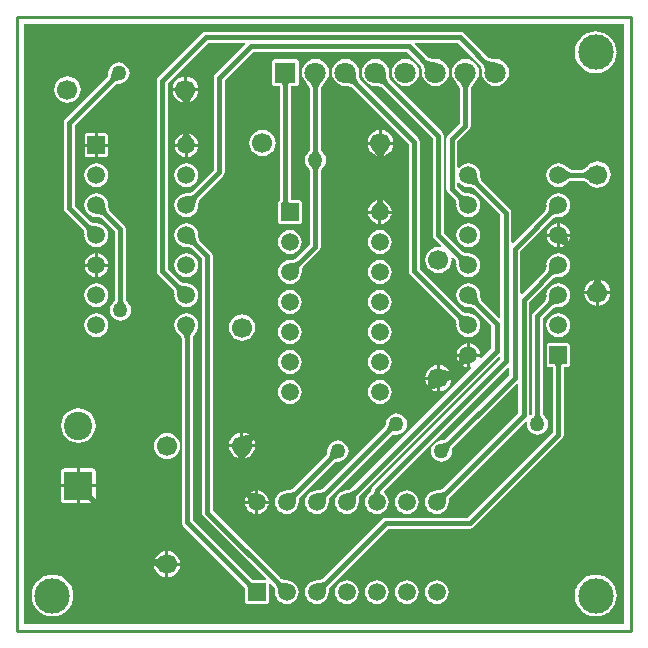
<source format=gbl>
G04 Layer_Physical_Order=2*
G04 Layer_Color=13278208*
%FSLAX44Y44*%
%MOMM*%
G71*
G01*
G75*
%ADD10C,0.4000*%
%ADD11C,0.2540*%
%ADD12R,1.5000X1.5000*%
%ADD13C,1.5000*%
%ADD14R,1.5000X1.5000*%
%ADD15R,1.8000X1.8000*%
%ADD16C,1.8000*%
%ADD17C,2.4000*%
%ADD18R,2.4000X2.4000*%
%ADD19C,1.7000*%
%ADD20C,3.0000*%
%ADD21C,1.2700*%
G36*
X514350Y6350D02*
X6350D01*
Y514350D01*
X514350D01*
Y6350D01*
D02*
G37*
%LPC*%
G36*
X231140Y288727D02*
X228519Y288382D01*
X226077Y287370D01*
X223979Y285761D01*
X222370Y283663D01*
X221358Y281221D01*
X221013Y278600D01*
X221358Y275979D01*
X222370Y273537D01*
X223979Y271439D01*
X226077Y269830D01*
X228519Y268818D01*
X231140Y268473D01*
X233761Y268818D01*
X236203Y269830D01*
X238301Y271439D01*
X239910Y273537D01*
X240922Y275979D01*
X241267Y278600D01*
X240922Y281221D01*
X239910Y283663D01*
X238301Y285761D01*
X236203Y287370D01*
X233761Y288382D01*
X231140Y288727D01*
D02*
G37*
G36*
X204470Y119179D02*
Y110490D01*
X213159D01*
X212982Y111841D01*
X211970Y114283D01*
X210361Y116381D01*
X208263Y117990D01*
X205821Y119002D01*
X204470Y119179D01*
D02*
G37*
G36*
X67310Y370807D02*
X64689Y370462D01*
X62247Y369450D01*
X60149Y367841D01*
X58540Y365743D01*
X57528Y363301D01*
X57183Y360680D01*
X57528Y358059D01*
X58540Y355617D01*
X60149Y353519D01*
X62247Y351910D01*
X64689Y350898D01*
X67310Y350553D01*
X67569Y350587D01*
X68160Y350578D01*
X68850Y350529D01*
X69480Y350445D01*
X70050Y350330D01*
X70559Y350187D01*
X71012Y350019D01*
X71412Y349829D01*
X71765Y349620D01*
X71988Y349456D01*
X83001Y338443D01*
Y281094D01*
X82978Y280921D01*
X82905Y280587D01*
X82801Y280255D01*
X82664Y279923D01*
X82492Y279586D01*
X82279Y279242D01*
X82024Y278890D01*
X81722Y278530D01*
X81437Y278233D01*
X81290Y278120D01*
X79865Y276263D01*
X78969Y274101D01*
X78663Y271780D01*
X78969Y269459D01*
X79865Y267297D01*
X81290Y265440D01*
X83147Y264015D01*
X85309Y263119D01*
X87630Y262813D01*
X89951Y263119D01*
X92113Y264015D01*
X93970Y265440D01*
X95395Y267297D01*
X96291Y269459D01*
X96597Y271780D01*
X96291Y274101D01*
X95395Y276263D01*
X93970Y278120D01*
X93823Y278233D01*
X93538Y278530D01*
X93236Y278890D01*
X92981Y279242D01*
X92768Y279586D01*
X92596Y279923D01*
X92459Y280255D01*
X92355Y280587D01*
X92282Y280921D01*
X92259Y281094D01*
Y340360D01*
X92259Y340360D01*
X91907Y342131D01*
X90903Y343633D01*
X90903Y343633D01*
X78534Y356002D01*
X78370Y356225D01*
X78161Y356578D01*
X77971Y356978D01*
X77804Y357431D01*
X77660Y357940D01*
X77545Y358510D01*
X77461Y359140D01*
X77412Y359830D01*
X77403Y360421D01*
X77437Y360680D01*
X77092Y363301D01*
X76080Y365743D01*
X74471Y367841D01*
X72373Y369450D01*
X69931Y370462D01*
X67310Y370807D01*
D02*
G37*
G36*
X307340Y288727D02*
X304719Y288382D01*
X302277Y287370D01*
X300179Y285761D01*
X298570Y283663D01*
X297558Y281221D01*
X297213Y278600D01*
X297558Y275979D01*
X298570Y273537D01*
X300179Y271439D01*
X302277Y269830D01*
X304719Y268818D01*
X307340Y268473D01*
X309961Y268818D01*
X312403Y269830D01*
X314501Y271439D01*
X316110Y273537D01*
X317122Y275979D01*
X317467Y278600D01*
X317122Y281221D01*
X316110Y283663D01*
X314501Y285761D01*
X312403Y287370D01*
X309961Y288382D01*
X307340Y288727D01*
D02*
G37*
G36*
X194633Y114548D02*
X194430Y114283D01*
X193418Y111841D01*
X193241Y110490D01*
X195665D01*
X195627Y111023D01*
X195521Y111819D01*
X195369Y112568D01*
X195171Y113271D01*
X194927Y113929D01*
X194638Y114540D01*
X194633Y114548D01*
D02*
G37*
G36*
X201930Y115525D02*
X196895Y110490D01*
X201930D01*
Y115525D01*
D02*
G37*
G36*
X67310Y294607D02*
X64689Y294262D01*
X62247Y293250D01*
X60149Y291641D01*
X58540Y289543D01*
X57528Y287101D01*
X57183Y284480D01*
X57528Y281859D01*
X58540Y279417D01*
X60149Y277319D01*
X62247Y275710D01*
X64689Y274698D01*
X67310Y274353D01*
X69931Y274698D01*
X72373Y275710D01*
X74471Y277319D01*
X76080Y279417D01*
X77092Y281859D01*
X77437Y284480D01*
X77092Y287101D01*
X76080Y289543D01*
X74471Y291641D01*
X72373Y293250D01*
X69931Y294262D01*
X67310Y294607D01*
D02*
G37*
G36*
X190500Y268145D02*
X187618Y267766D01*
X184932Y266653D01*
X182626Y264884D01*
X180857Y262578D01*
X179744Y259892D01*
X179365Y257010D01*
X179744Y254128D01*
X180857Y251442D01*
X182626Y249136D01*
X184932Y247367D01*
X187618Y246254D01*
X190500Y245875D01*
X193382Y246254D01*
X196068Y247367D01*
X198374Y249136D01*
X200143Y251442D01*
X201256Y254128D01*
X201635Y257010D01*
X201256Y259892D01*
X200143Y262578D01*
X198374Y264884D01*
X196068Y266653D01*
X193382Y267766D01*
X190500Y268145D01*
D02*
G37*
G36*
X307340Y263327D02*
X304719Y262982D01*
X302277Y261970D01*
X300179Y260361D01*
X298570Y258263D01*
X297558Y255821D01*
X297213Y253200D01*
X297558Y250579D01*
X298570Y248137D01*
X300179Y246039D01*
X302277Y244430D01*
X304719Y243418D01*
X307340Y243073D01*
X309961Y243418D01*
X312403Y244430D01*
X314501Y246039D01*
X316110Y248137D01*
X317122Y250579D01*
X317467Y253200D01*
X317122Y255821D01*
X316110Y258263D01*
X314501Y260361D01*
X312403Y261970D01*
X309961Y262982D01*
X307340Y263327D01*
D02*
G37*
G36*
X231140D02*
X228519Y262982D01*
X226077Y261970D01*
X223979Y260361D01*
X222370Y258263D01*
X221358Y255821D01*
X221013Y253200D01*
X221358Y250579D01*
X222370Y248137D01*
X223979Y246039D01*
X226077Y244430D01*
X228519Y243418D01*
X231140Y243073D01*
X233761Y243418D01*
X236203Y244430D01*
X238301Y246039D01*
X239910Y248137D01*
X240922Y250579D01*
X241267Y253200D01*
X240922Y255821D01*
X239910Y258263D01*
X238301Y260361D01*
X236203Y261970D01*
X233761Y262982D01*
X231140Y263327D01*
D02*
G37*
G36*
X66660Y121920D02*
X53340D01*
Y108600D01*
X63824D01*
X63217Y109186D01*
X61746Y110431D01*
X61095Y110884D01*
X60501Y111223D01*
X59964Y111449D01*
X59483Y111562D01*
X59059D01*
X58691Y111449D01*
X58380Y111223D01*
X64037Y116880D01*
X63811Y116569D01*
X63698Y116201D01*
Y115777D01*
X63811Y115296D01*
X64037Y114759D01*
X64376Y114164D01*
X64829Y113514D01*
X65395Y112807D01*
X66660Y111445D01*
Y121920D01*
D02*
G37*
G36*
X458470Y269207D02*
X455849Y268862D01*
X453407Y267850D01*
X451309Y266241D01*
X449700Y264143D01*
X448688Y261701D01*
X448343Y259080D01*
X448688Y256459D01*
X449700Y254017D01*
X451309Y251919D01*
X453407Y250310D01*
X455849Y249298D01*
X458470Y248953D01*
X461091Y249298D01*
X463533Y250310D01*
X465631Y251919D01*
X467240Y254017D01*
X468252Y256459D01*
X468597Y259080D01*
X468252Y261701D01*
X467240Y264143D01*
X465631Y266241D01*
X463533Y267850D01*
X461091Y268862D01*
X458470Y269207D01*
D02*
G37*
G36*
X278130Y484550D02*
X275117Y484153D01*
X272310Y482990D01*
X269900Y481140D01*
X268050Y478730D01*
X266887Y475923D01*
X266490Y472910D01*
X266887Y469897D01*
X268050Y467090D01*
X269900Y464680D01*
X272310Y462830D01*
X275117Y461667D01*
X278130Y461270D01*
X278487Y461317D01*
X279298Y461308D01*
X280266Y461251D01*
X281147Y461152D01*
X281940Y461013D01*
X282644Y460840D01*
X283258Y460638D01*
X283785Y460411D01*
X284229Y460167D01*
X284552Y459942D01*
X331921Y412573D01*
Y304800D01*
X331921Y304800D01*
X332273Y303029D01*
X333277Y301527D01*
X371046Y263758D01*
X371210Y263535D01*
X371419Y263182D01*
X371609Y262782D01*
X371777Y262329D01*
X371920Y261820D01*
X372035Y261250D01*
X372119Y260620D01*
X372168Y259930D01*
X372178Y259339D01*
X372143Y259080D01*
X372488Y256459D01*
X373500Y254017D01*
X375109Y251919D01*
X377207Y250310D01*
X379649Y249298D01*
X382270Y248953D01*
X384891Y249298D01*
X387333Y250310D01*
X389431Y251919D01*
X391040Y254017D01*
X392052Y256459D01*
X392397Y259080D01*
X392052Y261701D01*
X391040Y264143D01*
X389431Y266241D01*
X387333Y267850D01*
X384891Y268862D01*
X382270Y269207D01*
X382011Y269173D01*
X381420Y269182D01*
X380730Y269231D01*
X380100Y269315D01*
X379530Y269430D01*
X379021Y269573D01*
X378568Y269741D01*
X378168Y269931D01*
X377815Y270140D01*
X377592Y270304D01*
X341179Y306717D01*
Y414490D01*
X340827Y416261D01*
X339823Y417763D01*
X339823Y417763D01*
X291098Y466488D01*
X290873Y466811D01*
X290629Y467255D01*
X290402Y467782D01*
X290200Y468396D01*
X290027Y469099D01*
X289895Y469857D01*
X289732Y471776D01*
X289723Y472553D01*
X289770Y472910D01*
X289373Y475923D01*
X288210Y478730D01*
X286360Y481140D01*
X283950Y482990D01*
X281143Y484153D01*
X278130Y484550D01*
D02*
G37*
G36*
X67310Y269207D02*
X64689Y268862D01*
X62247Y267850D01*
X60149Y266241D01*
X58540Y264143D01*
X57528Y261701D01*
X57183Y259080D01*
X57528Y256459D01*
X58540Y254017D01*
X60149Y251919D01*
X62247Y250310D01*
X64689Y249298D01*
X67310Y248953D01*
X69931Y249298D01*
X72373Y250310D01*
X74471Y251919D01*
X76080Y254017D01*
X77092Y256459D01*
X77437Y259080D01*
X77092Y261701D01*
X76080Y264143D01*
X74471Y266241D01*
X72373Y267850D01*
X69931Y268862D01*
X67310Y269207D01*
D02*
G37*
G36*
X66040Y319839D02*
X64689Y319662D01*
X62247Y318650D01*
X60149Y317041D01*
X58540Y314943D01*
X57528Y312501D01*
X57351Y311150D01*
X66040D01*
Y319839D01*
D02*
G37*
G36*
X66617Y110975D02*
X64285Y108643D01*
X65061Y108797D01*
X65901Y109359D01*
X66463Y110199D01*
X66617Y110975D01*
D02*
G37*
G36*
X77269Y308610D02*
X68580D01*
Y299921D01*
X69931Y300098D01*
X72373Y301110D01*
X74471Y302719D01*
X76080Y304817D01*
X77092Y307259D01*
X77269Y308610D01*
D02*
G37*
G36*
X68580Y319839D02*
Y311150D01*
X77269D01*
X77092Y312501D01*
X76080Y314943D01*
X74471Y317041D01*
X72373Y318650D01*
X69931Y319662D01*
X68580Y319839D01*
D02*
G37*
G36*
X307340Y339527D02*
X304719Y339182D01*
X302277Y338170D01*
X300179Y336561D01*
X298570Y334463D01*
X297558Y332021D01*
X297213Y329400D01*
X297558Y326779D01*
X298570Y324337D01*
X300179Y322239D01*
X302277Y320630D01*
X304719Y319618D01*
X307340Y319273D01*
X309961Y319618D01*
X312403Y320630D01*
X314501Y322239D01*
X316110Y324337D01*
X317122Y326779D01*
X317467Y329400D01*
X317122Y332021D01*
X316110Y334463D01*
X314501Y336561D01*
X312403Y338170D01*
X309961Y339182D01*
X307340Y339527D01*
D02*
G37*
G36*
X231140D02*
X228519Y339182D01*
X226077Y338170D01*
X223979Y336561D01*
X222370Y334463D01*
X221358Y332021D01*
X221013Y329400D01*
X221358Y326779D01*
X222370Y324337D01*
X223979Y322239D01*
X226077Y320630D01*
X228519Y319618D01*
X231140Y319273D01*
X233761Y319618D01*
X236203Y320630D01*
X238301Y322239D01*
X239910Y324337D01*
X240922Y326779D01*
X241267Y329400D01*
X240922Y332021D01*
X239910Y334463D01*
X238301Y336561D01*
X236203Y338170D01*
X233761Y339182D01*
X231140Y339527D01*
D02*
G37*
G36*
X252730Y484550D02*
X249718Y484153D01*
X246910Y482990D01*
X244500Y481140D01*
X242650Y478730D01*
X241487Y475923D01*
X241090Y472910D01*
X241487Y469897D01*
X242650Y467090D01*
X244500Y464680D01*
X244785Y464460D01*
X245352Y463881D01*
X245996Y463155D01*
X246549Y462462D01*
X247012Y461803D01*
X247387Y461183D01*
X247679Y460606D01*
X247891Y460073D01*
X248032Y459586D01*
X248101Y459199D01*
Y408094D01*
X248078Y407920D01*
X248005Y407587D01*
X247901Y407255D01*
X247764Y406923D01*
X247592Y406586D01*
X247379Y406242D01*
X247124Y405890D01*
X246822Y405530D01*
X246537Y405233D01*
X246390Y405120D01*
X244965Y403263D01*
X244069Y401101D01*
X243763Y398780D01*
X244069Y396459D01*
X244965Y394297D01*
X246390Y392440D01*
X246537Y392327D01*
X246822Y392030D01*
X247124Y391670D01*
X247379Y391318D01*
X247592Y390974D01*
X247764Y390637D01*
X247901Y390305D01*
X248005Y389973D01*
X248078Y389640D01*
X248101Y389466D01*
Y386080D01*
Y327507D01*
X235818Y315224D01*
X235595Y315060D01*
X235242Y314851D01*
X234842Y314661D01*
X234389Y314494D01*
X233880Y314350D01*
X233310Y314235D01*
X232680Y314151D01*
X231990Y314102D01*
X231399Y314093D01*
X231140Y314127D01*
X228519Y313782D01*
X226077Y312770D01*
X223979Y311161D01*
X222370Y309063D01*
X221358Y306621D01*
X221013Y304000D01*
X221358Y301379D01*
X222370Y298937D01*
X223979Y296839D01*
X226077Y295230D01*
X228519Y294218D01*
X231140Y293873D01*
X233761Y294218D01*
X236203Y295230D01*
X238301Y296839D01*
X239910Y298937D01*
X240922Y301379D01*
X241267Y304000D01*
X241233Y304259D01*
X241242Y304850D01*
X241291Y305540D01*
X241375Y306170D01*
X241490Y306740D01*
X241633Y307249D01*
X241801Y307702D01*
X241991Y308102D01*
X242200Y308455D01*
X242364Y308678D01*
X256003Y322317D01*
X256003Y322317D01*
X257007Y323819D01*
X257359Y325590D01*
X257359Y325590D01*
Y386080D01*
Y389466D01*
X257381Y389640D01*
X257455Y389973D01*
X257559Y390305D01*
X257696Y390637D01*
X257868Y390974D01*
X258081Y391318D01*
X258336Y391670D01*
X258638Y392030D01*
X258923Y392327D01*
X259070Y392440D01*
X260495Y394297D01*
X261391Y396459D01*
X261697Y398780D01*
X261391Y401101D01*
X260495Y403263D01*
X259070Y405120D01*
X258923Y405233D01*
X258638Y405530D01*
X258336Y405890D01*
X258081Y406242D01*
X257868Y406586D01*
X257696Y406923D01*
X257559Y407255D01*
X257455Y407587D01*
X257381Y407920D01*
X257359Y408094D01*
Y459199D01*
X257428Y459587D01*
X257569Y460073D01*
X257782Y460606D01*
X258073Y461183D01*
X258448Y461803D01*
X258890Y462433D01*
X260131Y463904D01*
X260675Y464460D01*
X260960Y464680D01*
X262810Y467090D01*
X263973Y469897D01*
X264370Y472910D01*
X263973Y475923D01*
X262810Y478730D01*
X260960Y481140D01*
X258550Y482990D01*
X255742Y484153D01*
X252730Y484550D01*
D02*
G37*
G36*
X488954Y297351D02*
X488608Y297306D01*
X485922Y296193D01*
X483616Y294424D01*
X481847Y292118D01*
X480734Y289432D01*
X480522Y287820D01*
X490220D01*
Y292620D01*
X485540D01*
X486291Y293390D01*
X487555Y294903D01*
X488068Y295645D01*
X488503Y296379D01*
X488858Y297104D01*
X488954Y297351D01*
D02*
G37*
G36*
X502458Y285280D02*
X492760D01*
Y275582D01*
X494372Y275794D01*
X497058Y276907D01*
X499364Y278676D01*
X501133Y280982D01*
X502246Y283668D01*
X502458Y285280D01*
D02*
G37*
G36*
X490220D02*
X480522D01*
X480734Y283668D01*
X481847Y280982D01*
X483616Y278676D01*
X485922Y276907D01*
X488608Y275794D01*
X490220Y275582D01*
Y285280D01*
D02*
G37*
G36*
X494026Y297351D02*
X494122Y297104D01*
X494478Y296379D01*
X494912Y295645D01*
X495425Y294903D01*
X496018Y294151D01*
X496689Y293390D01*
X497440Y292620D01*
X492760D01*
Y287820D01*
X502458D01*
X502246Y289432D01*
X501133Y292118D01*
X499364Y294424D01*
X497058Y296193D01*
X494372Y297306D01*
X494026Y297351D01*
D02*
G37*
G36*
X66040Y308610D02*
X57351D01*
X57528Y307259D01*
X58540Y304817D01*
X60149Y302719D01*
X62247Y301110D01*
X64689Y300098D01*
X66040Y299921D01*
Y308610D01*
D02*
G37*
G36*
X143510Y320007D02*
X140889Y319662D01*
X138447Y318650D01*
X136349Y317041D01*
X134740Y314943D01*
X133728Y312501D01*
X133383Y309880D01*
X133728Y307259D01*
X134740Y304817D01*
X136349Y302719D01*
X138447Y301110D01*
X140889Y300098D01*
X143510Y299753D01*
X146131Y300098D01*
X148573Y301110D01*
X150671Y302719D01*
X152280Y304817D01*
X153292Y307259D01*
X153637Y309880D01*
X153292Y312501D01*
X152280Y314943D01*
X150671Y317041D01*
X148573Y318650D01*
X146131Y319662D01*
X143510Y320007D01*
D02*
G37*
G36*
X307340Y314127D02*
X304719Y313782D01*
X302277Y312770D01*
X300179Y311161D01*
X298570Y309063D01*
X297558Y306621D01*
X297213Y304000D01*
X297558Y301379D01*
X298570Y298937D01*
X300179Y296839D01*
X302277Y295230D01*
X304719Y294218D01*
X307340Y293873D01*
X309961Y294218D01*
X312403Y295230D01*
X314501Y296839D01*
X316110Y298937D01*
X317122Y301379D01*
X317467Y304000D01*
X317122Y306621D01*
X316110Y309063D01*
X314501Y311161D01*
X312403Y312770D01*
X309961Y313782D01*
X307340Y314127D01*
D02*
G37*
G36*
X383540Y243639D02*
Y234950D01*
X392229D01*
X392052Y236301D01*
X391040Y238743D01*
X389431Y240841D01*
X387333Y242450D01*
X384891Y243462D01*
X383540Y243639D01*
D02*
G37*
G36*
X191770Y167978D02*
Y165533D01*
X193623Y165699D01*
X194512Y165861D01*
X195338Y166073D01*
X196101Y166334D01*
X196344Y166441D01*
X196068Y166653D01*
X193382Y167766D01*
X191770Y167978D01*
D02*
G37*
G36*
X52070Y188655D02*
X48274Y188156D01*
X44737Y186691D01*
X41700Y184360D01*
X39369Y181323D01*
X37904Y177786D01*
X37404Y173990D01*
X37904Y170194D01*
X39369Y166657D01*
X41700Y163620D01*
X44737Y161289D01*
X48274Y159824D01*
X52070Y159325D01*
X55866Y159824D01*
X59403Y161289D01*
X62440Y163620D01*
X64771Y166657D01*
X66236Y170194D01*
X66736Y173990D01*
X66236Y177786D01*
X64771Y181323D01*
X62440Y184360D01*
X59403Y186691D01*
X55866Y188156D01*
X52070Y188655D01*
D02*
G37*
G36*
X199931Y162854D02*
X199823Y162611D01*
X199562Y161848D01*
X199351Y161022D01*
X199189Y160133D01*
X199076Y159183D01*
X199020Y158280D01*
X201468D01*
X201256Y159892D01*
X200143Y162578D01*
X199931Y162854D01*
D02*
G37*
G36*
X321310Y184227D02*
X318989Y183921D01*
X316827Y183025D01*
X314970Y181600D01*
X313545Y179743D01*
X312649Y177581D01*
X312534Y176707D01*
X312457Y176499D01*
X312360Y175882D01*
X312250Y175364D01*
X312121Y174885D01*
X311972Y174443D01*
X311807Y174036D01*
X311625Y173663D01*
X311427Y173321D01*
X311215Y173007D01*
X311113Y172879D01*
X258678Y120444D01*
X258455Y120280D01*
X258102Y120071D01*
X257702Y119881D01*
X257249Y119713D01*
X256740Y119570D01*
X256170Y119455D01*
X255540Y119371D01*
X254850Y119322D01*
X254259Y119312D01*
X254000Y119347D01*
X251379Y119002D01*
X248937Y117990D01*
X246839Y116381D01*
X245230Y114283D01*
X244218Y111841D01*
X243873Y109220D01*
X244218Y106599D01*
X245230Y104157D01*
X246839Y102059D01*
X248937Y100450D01*
X251379Y99438D01*
X254000Y99093D01*
X256621Y99438D01*
X259063Y100450D01*
X261161Y102059D01*
X262770Y104157D01*
X263782Y106599D01*
X264127Y109220D01*
X264093Y109479D01*
X264102Y110070D01*
X264151Y110760D01*
X264235Y111390D01*
X264350Y111960D01*
X264494Y112469D01*
X264661Y112922D01*
X264851Y113322D01*
X265060Y113675D01*
X265224Y113898D01*
X317184Y165857D01*
X317322Y165962D01*
X317581Y166119D01*
X317846Y166246D01*
X318124Y166345D01*
X318423Y166419D01*
X318752Y166467D01*
X319114Y166486D01*
X319516Y166472D01*
X320053Y166410D01*
X320280Y166429D01*
X321310Y166293D01*
X323631Y166599D01*
X325793Y167495D01*
X327650Y168920D01*
X329075Y170777D01*
X329971Y172939D01*
X330277Y175260D01*
X329971Y177581D01*
X329075Y179743D01*
X327650Y181600D01*
X325793Y183025D01*
X323631Y183921D01*
X321310Y184227D01*
D02*
G37*
G36*
X231140Y212527D02*
X228519Y212182D01*
X226077Y211170D01*
X223979Y209561D01*
X222370Y207463D01*
X221358Y205021D01*
X221013Y202400D01*
X221358Y199779D01*
X222370Y197337D01*
X223979Y195239D01*
X226077Y193630D01*
X228519Y192618D01*
X231140Y192273D01*
X233761Y192618D01*
X236203Y193630D01*
X238301Y195239D01*
X239910Y197337D01*
X240922Y199779D01*
X241267Y202400D01*
X240922Y205021D01*
X239910Y207463D01*
X238301Y209561D01*
X236203Y211170D01*
X233761Y212182D01*
X231140Y212527D01*
D02*
G37*
G36*
X201930Y119179D02*
X200579Y119002D01*
X198137Y117990D01*
X197872Y117787D01*
X197880Y117782D01*
X198491Y117493D01*
X199149Y117249D01*
X199852Y117051D01*
X200601Y116899D01*
X201397Y116793D01*
X201930Y116755D01*
Y119179D01*
D02*
G37*
G36*
X50800Y137780D02*
X40070D01*
X39079Y137583D01*
X38239Y137021D01*
X37677Y136181D01*
X37480Y135190D01*
Y124460D01*
X50800D01*
Y137780D01*
D02*
G37*
G36*
X189230Y155740D02*
X179532D01*
X179744Y154128D01*
X180857Y151442D01*
X182626Y149136D01*
X184932Y147367D01*
X187618Y146254D01*
X187964Y146209D01*
X187868Y146456D01*
X187512Y147181D01*
X187078Y147915D01*
X186565Y148657D01*
X185972Y149409D01*
X185301Y150170D01*
X184550Y150940D01*
X189230D01*
Y155740D01*
D02*
G37*
G36*
X127000Y167815D02*
X124118Y167436D01*
X121432Y166323D01*
X119126Y164554D01*
X117357Y162248D01*
X116244Y159562D01*
X115865Y156680D01*
X116244Y153798D01*
X117357Y151112D01*
X119126Y148806D01*
X121432Y147037D01*
X124118Y145924D01*
X127000Y145545D01*
X129882Y145924D01*
X132568Y147037D01*
X134874Y148806D01*
X136643Y151112D01*
X137756Y153798D01*
X138135Y156680D01*
X137756Y159562D01*
X136643Y162248D01*
X134874Y164554D01*
X132568Y166323D01*
X129882Y167436D01*
X127000Y167815D01*
D02*
G37*
G36*
X271780Y161367D02*
X269459Y161061D01*
X267297Y160165D01*
X265440Y158740D01*
X264015Y156883D01*
X263119Y154721D01*
X262813Y152400D01*
X262838Y152216D01*
X262829Y151805D01*
X262788Y151336D01*
X262720Y150907D01*
X262627Y150513D01*
X262511Y150153D01*
X262372Y149821D01*
X262212Y149514D01*
X262028Y149226D01*
X261921Y149087D01*
X233278Y120444D01*
X233055Y120280D01*
X232702Y120071D01*
X232302Y119881D01*
X231849Y119713D01*
X231340Y119570D01*
X230770Y119455D01*
X230140Y119371D01*
X229450Y119322D01*
X228859Y119312D01*
X228600Y119347D01*
X225979Y119002D01*
X223537Y117990D01*
X221439Y116381D01*
X219830Y114283D01*
X218818Y111841D01*
X218473Y109220D01*
X218818Y106599D01*
X219830Y104157D01*
X221439Y102059D01*
X223537Y100450D01*
X225979Y99438D01*
X228600Y99093D01*
X231221Y99438D01*
X233663Y100450D01*
X235761Y102059D01*
X237370Y104157D01*
X238382Y106599D01*
X238727Y109220D01*
X238693Y109479D01*
X238702Y110070D01*
X238751Y110760D01*
X238835Y111390D01*
X238950Y111960D01*
X239093Y112469D01*
X239261Y112922D01*
X239451Y113322D01*
X239660Y113675D01*
X239824Y113898D01*
X268467Y142541D01*
X268606Y142648D01*
X268894Y142832D01*
X269201Y142992D01*
X269533Y143131D01*
X269893Y143247D01*
X270287Y143340D01*
X270716Y143408D01*
X271185Y143449D01*
X271596Y143457D01*
X271780Y143433D01*
X274101Y143739D01*
X276263Y144635D01*
X278120Y146060D01*
X279545Y147917D01*
X280441Y150079D01*
X280747Y152400D01*
X280441Y154721D01*
X279545Y156883D01*
X278120Y158740D01*
X276263Y160165D01*
X274101Y161061D01*
X271780Y161367D01*
D02*
G37*
G36*
X201468Y155740D02*
X191770D01*
Y150940D01*
X196450D01*
X195700Y150170D01*
X194436Y148657D01*
X193922Y147915D01*
X193487Y147181D01*
X193132Y146456D01*
X193036Y146209D01*
X193382Y146254D01*
X196068Y147367D01*
X198374Y149136D01*
X200143Y151442D01*
X201256Y154128D01*
X201468Y155740D01*
D02*
G37*
G36*
X191770Y164325D02*
Y158280D01*
X197815D01*
X191770Y164325D01*
D02*
G37*
G36*
X189230Y167978D02*
X187618Y167766D01*
X184932Y166653D01*
X182626Y164884D01*
X180857Y162578D01*
X179744Y159892D01*
X179532Y158280D01*
X189230D01*
Y167978D01*
D02*
G37*
G36*
X64070Y137780D02*
X53340D01*
Y124460D01*
X66660D01*
Y135190D01*
X66463Y136181D01*
X65901Y137021D01*
X65061Y137583D01*
X64070Y137780D01*
D02*
G37*
G36*
X358140Y225128D02*
Y215430D01*
X362952D01*
X361102Y221532D01*
X361877Y221131D01*
X362629Y220830D01*
X363358Y220630D01*
X364064Y220531D01*
X364747Y220533D01*
X365407Y220636D01*
X365736Y220741D01*
X364744Y222034D01*
X362438Y223803D01*
X359752Y224916D01*
X358140Y225128D01*
D02*
G37*
G36*
X307340Y237927D02*
X304719Y237582D01*
X302277Y236570D01*
X300179Y234961D01*
X298570Y232863D01*
X297558Y230421D01*
X297213Y227800D01*
X297558Y225179D01*
X298570Y222737D01*
X300179Y220639D01*
X302277Y219030D01*
X304719Y218018D01*
X307340Y217673D01*
X309961Y218018D01*
X312403Y219030D01*
X314501Y220639D01*
X316110Y222737D01*
X317122Y225179D01*
X317467Y227800D01*
X317122Y230421D01*
X316110Y232863D01*
X314501Y234961D01*
X312403Y236570D01*
X309961Y237582D01*
X307340Y237927D01*
D02*
G37*
G36*
X231140D02*
X228519Y237582D01*
X226077Y236570D01*
X223979Y234961D01*
X222370Y232863D01*
X221358Y230421D01*
X221013Y227800D01*
X221358Y225179D01*
X222370Y222737D01*
X223979Y220639D01*
X226077Y219030D01*
X228519Y218018D01*
X231140Y217673D01*
X233761Y218018D01*
X236203Y219030D01*
X238301Y220639D01*
X239910Y222737D01*
X240922Y225179D01*
X241267Y227800D01*
X240922Y230421D01*
X239910Y232863D01*
X238301Y234961D01*
X236203Y236570D01*
X233761Y237582D01*
X231140Y237927D01*
D02*
G37*
G36*
X381000Y226145D02*
X380467Y226107D01*
X379671Y226001D01*
X378922Y225849D01*
X378219Y225651D01*
X377561Y225407D01*
X376950Y225118D01*
X376942Y225113D01*
X377207Y224910D01*
X379649Y223898D01*
X381000Y223721D01*
Y226145D01*
D02*
G37*
G36*
Y243639D02*
X379649Y243462D01*
X377207Y242450D01*
X375109Y240841D01*
X373500Y238743D01*
X372488Y236301D01*
X372311Y234950D01*
X381000D01*
Y243639D01*
D02*
G37*
G36*
X374735Y232410D02*
X372311D01*
X372488Y231059D01*
X373500Y228617D01*
X373703Y228352D01*
X373708Y228360D01*
X373997Y228971D01*
X374241Y229629D01*
X374439Y230332D01*
X374591Y231081D01*
X374697Y231877D01*
X374735Y232410D01*
D02*
G37*
G36*
X381000D02*
X375965D01*
X381000Y227375D01*
Y232410D01*
D02*
G37*
G36*
X355600Y212890D02*
X349555D01*
X355600Y206845D01*
Y212890D01*
D02*
G37*
G36*
Y205637D02*
X353747Y205471D01*
X352858Y205309D01*
X352032Y205098D01*
X351269Y204837D01*
X351026Y204729D01*
X351302Y204517D01*
X353988Y203404D01*
X355600Y203192D01*
Y205637D01*
D02*
G37*
G36*
X307340Y212527D02*
X304719Y212182D01*
X302277Y211170D01*
X300179Y209561D01*
X298570Y207463D01*
X297558Y205021D01*
X297213Y202400D01*
X297558Y199779D01*
X298570Y197337D01*
X300179Y195239D01*
X302277Y193630D01*
X304719Y192618D01*
X307340Y192273D01*
X309961Y192618D01*
X312403Y193630D01*
X314501Y195239D01*
X316110Y197337D01*
X317122Y199779D01*
X317467Y202400D01*
X317122Y205021D01*
X316110Y207463D01*
X314501Y209561D01*
X312403Y211170D01*
X309961Y212182D01*
X307340Y212527D01*
D02*
G37*
G36*
X348350Y212890D02*
X345902D01*
X346114Y211278D01*
X347227Y208592D01*
X347439Y208316D01*
X347547Y208559D01*
X347808Y209322D01*
X348019Y210148D01*
X348181Y211037D01*
X348294Y211987D01*
X348350Y212890D01*
D02*
G37*
G36*
X367756Y216057D02*
X367370Y215522D01*
X367312Y215430D01*
X367838D01*
X367756Y216057D01*
D02*
G37*
G36*
X355600Y225128D02*
X353988Y224916D01*
X351302Y223803D01*
X348996Y222034D01*
X347227Y219728D01*
X346114Y217042D01*
X345902Y215430D01*
X355600D01*
Y225128D01*
D02*
G37*
G36*
X367838Y212890D02*
X365815D01*
X365005Y211412D01*
X364484Y210381D01*
X363723Y212890D01*
X358140D01*
Y203192D01*
X359752Y203404D01*
X362438Y204517D01*
X364744Y206286D01*
X366513Y208592D01*
X367626Y211278D01*
X367838Y212890D01*
D02*
G37*
G36*
X303530Y484550D02*
X300518Y484153D01*
X297710Y482990D01*
X295300Y481140D01*
X293450Y478730D01*
X292287Y475923D01*
X291891Y472910D01*
X292287Y469897D01*
X293450Y467090D01*
X295300Y464680D01*
X297710Y462830D01*
X300518Y461667D01*
X303530Y461270D01*
X303887Y461317D01*
X304697Y461308D01*
X305667Y461251D01*
X306547Y461152D01*
X307341Y461013D01*
X308044Y460840D01*
X308658Y460638D01*
X309185Y460411D01*
X309629Y460167D01*
X309952Y459942D01*
X352241Y417653D01*
Y335280D01*
X352241Y335280D01*
X352593Y333509D01*
X353597Y332007D01*
X359355Y326249D01*
X358761Y325046D01*
X356870Y325295D01*
X353988Y324916D01*
X351302Y323803D01*
X348996Y322034D01*
X347227Y319728D01*
X346114Y317042D01*
X345735Y314160D01*
X346114Y311278D01*
X347227Y308592D01*
X348996Y306286D01*
X351302Y304517D01*
X353988Y303404D01*
X356870Y303025D01*
X359752Y303404D01*
X362438Y304517D01*
X364744Y306286D01*
X366513Y308592D01*
X367626Y311278D01*
X368005Y314160D01*
X367756Y316051D01*
X368959Y316645D01*
X371046Y314558D01*
X371210Y314335D01*
X371419Y313982D01*
X371609Y313582D01*
X371777Y313129D01*
X371920Y312620D01*
X372035Y312050D01*
X372119Y311420D01*
X372168Y310730D01*
X372178Y310139D01*
X372143Y309880D01*
X372488Y307259D01*
X373500Y304817D01*
X375109Y302719D01*
X377207Y301110D01*
X379649Y300098D01*
X382270Y299753D01*
X384891Y300098D01*
X387333Y301110D01*
X389431Y302719D01*
X391040Y304817D01*
X392052Y307259D01*
X392397Y309880D01*
X392052Y312501D01*
X391040Y314943D01*
X389431Y317041D01*
X387333Y318650D01*
X384891Y319662D01*
X382270Y320007D01*
X382011Y319973D01*
X381420Y319982D01*
X380730Y320031D01*
X380100Y320115D01*
X379530Y320230D01*
X379021Y320373D01*
X378568Y320541D01*
X378168Y320731D01*
X377815Y320940D01*
X377592Y321104D01*
X361499Y337197D01*
Y419570D01*
X361147Y421341D01*
X360143Y422843D01*
X360143Y422843D01*
X316498Y466488D01*
X316273Y466811D01*
X316029Y467255D01*
X315802Y467782D01*
X315600Y468396D01*
X315427Y469099D01*
X315294Y469857D01*
X315132Y471776D01*
X315123Y472553D01*
X315170Y472910D01*
X314773Y475923D01*
X313610Y478730D01*
X311760Y481140D01*
X309350Y482990D01*
X306542Y484153D01*
X303530Y484550D01*
D02*
G37*
G36*
X306540Y411950D02*
X296842D01*
X297054Y410338D01*
X298167Y407652D01*
X299936Y405346D01*
X302242Y403577D01*
X304835Y402503D01*
X304731Y402787D01*
X304388Y403529D01*
X303970Y404287D01*
X303475Y405062D01*
X302904Y405854D01*
X301534Y407488D01*
X306540Y407211D01*
Y411950D01*
D02*
G37*
G36*
X318778D02*
X309080D01*
Y407070D01*
X313415Y406830D01*
X312641Y406116D01*
X311948Y405403D01*
X311337Y404692D01*
X310807Y403983D01*
X310359Y403275D01*
X309992Y402569D01*
X309908Y402361D01*
X310692Y402464D01*
X313378Y403577D01*
X315684Y405346D01*
X317453Y407652D01*
X318566Y410338D01*
X318778Y411950D01*
D02*
G37*
G36*
X207810Y424355D02*
X204928Y423976D01*
X202242Y422863D01*
X199936Y421094D01*
X198167Y418788D01*
X197054Y416102D01*
X196675Y413220D01*
X197054Y410338D01*
X198167Y407652D01*
X199936Y405346D01*
X202242Y403577D01*
X204928Y402464D01*
X207810Y402085D01*
X210692Y402464D01*
X213378Y403577D01*
X215684Y405346D01*
X217453Y407652D01*
X218566Y410338D01*
X218945Y413220D01*
X218566Y416102D01*
X217453Y418788D01*
X215684Y421094D01*
X213378Y422863D01*
X210692Y423976D01*
X207810Y424355D01*
D02*
G37*
G36*
X66040Y421570D02*
X59810D01*
X58819Y421373D01*
X57979Y420811D01*
X57417Y419971D01*
X57220Y418980D01*
Y412750D01*
X66040D01*
Y421570D01*
D02*
G37*
G36*
X145800Y421305D02*
X145802Y421297D01*
X146030Y420659D01*
X146322Y420022D01*
X146680Y419385D01*
X147102Y418747D01*
X147590Y418110D01*
X148142Y417473D01*
X148760Y416836D01*
X144780D01*
Y412750D01*
X153469D01*
X153292Y414101D01*
X152280Y416543D01*
X150671Y418641D01*
X148573Y420250D01*
X146131Y421262D01*
X145800Y421305D01*
D02*
G37*
G36*
X141220D02*
X140889Y421262D01*
X138447Y420250D01*
X136349Y418641D01*
X134740Y416543D01*
X133728Y414101D01*
X133551Y412750D01*
X142240D01*
Y416836D01*
X138260D01*
X138877Y417473D01*
X139430Y418110D01*
X139917Y418747D01*
X140340Y419385D01*
X140697Y420022D01*
X140990Y420659D01*
X141217Y421297D01*
X141220Y421305D01*
D02*
G37*
G36*
X74810Y421570D02*
X68580D01*
Y412750D01*
X77400D01*
Y418980D01*
X77203Y419971D01*
X76641Y420811D01*
X75801Y421373D01*
X74810Y421570D01*
D02*
G37*
G36*
X143510Y345407D02*
X140889Y345062D01*
X138447Y344050D01*
X136349Y342441D01*
X134740Y340343D01*
X133728Y337901D01*
X133383Y335280D01*
X133728Y332659D01*
X134740Y330217D01*
X136349Y328119D01*
X138447Y326510D01*
X140889Y325498D01*
X143510Y325153D01*
X143769Y325187D01*
X144360Y325178D01*
X145050Y325129D01*
X145680Y325045D01*
X146250Y324930D01*
X146759Y324786D01*
X147212Y324619D01*
X147612Y324429D01*
X147965Y324220D01*
X148188Y324056D01*
X156661Y315583D01*
Y100330D01*
X156661Y100330D01*
X157013Y98559D01*
X158017Y97057D01*
X210694Y44380D01*
X210168Y43110D01*
X199918D01*
X199613Y43323D01*
X198493Y44273D01*
X148709Y94057D01*
Y248028D01*
X148749Y248299D01*
X148849Y248718D01*
X148997Y249165D01*
X149199Y249643D01*
X149456Y250149D01*
X149755Y250653D01*
X150616Y251853D01*
X151138Y252476D01*
X151237Y252657D01*
X152280Y254017D01*
X153292Y256459D01*
X153637Y259080D01*
X153292Y261701D01*
X152280Y264143D01*
X150671Y266241D01*
X148573Y267850D01*
X146131Y268862D01*
X143510Y269207D01*
X140889Y268862D01*
X138447Y267850D01*
X136349Y266241D01*
X134740Y264143D01*
X133728Y261701D01*
X133383Y259080D01*
X133728Y256459D01*
X134740Y254017D01*
X136349Y251919D01*
X136879Y251513D01*
X136959Y251408D01*
X137544Y250886D01*
X138001Y250423D01*
X138388Y249974D01*
X138707Y249541D01*
X138963Y249125D01*
X139161Y248726D01*
X139307Y248341D01*
X139408Y247966D01*
X139451Y247694D01*
Y92140D01*
X139451Y92140D01*
X139803Y90369D01*
X140807Y88867D01*
X191771Y37902D01*
X192421Y37204D01*
X192877Y36635D01*
X193110Y36302D01*
Y25520D01*
X193307Y24529D01*
X193869Y23689D01*
X194709Y23127D01*
X195700Y22930D01*
X210700D01*
X211691Y23127D01*
X212531Y23689D01*
X213093Y24529D01*
X213290Y25520D01*
Y39988D01*
X214560Y40514D01*
X217376Y37698D01*
X217540Y37475D01*
X217749Y37122D01*
X217939Y36722D01*
X218106Y36269D01*
X218250Y35760D01*
X218365Y35190D01*
X218449Y34560D01*
X218498Y33870D01*
X218507Y33279D01*
X218473Y33020D01*
X218818Y30399D01*
X219830Y27957D01*
X221439Y25859D01*
X223537Y24250D01*
X225979Y23238D01*
X228600Y22893D01*
X231221Y23238D01*
X233663Y24250D01*
X235761Y25859D01*
X237370Y27957D01*
X238382Y30399D01*
X238727Y33020D01*
X238382Y35641D01*
X237370Y38083D01*
X235761Y40181D01*
X233663Y41790D01*
X231221Y42802D01*
X228600Y43147D01*
X228341Y43113D01*
X227750Y43122D01*
X227060Y43171D01*
X226430Y43255D01*
X225860Y43370D01*
X225351Y43513D01*
X224898Y43681D01*
X224498Y43871D01*
X224145Y44080D01*
X223922Y44244D01*
X165919Y102247D01*
Y317500D01*
X165567Y319271D01*
X164563Y320773D01*
X164563Y320773D01*
X154734Y330602D01*
X154570Y330825D01*
X154361Y331178D01*
X154171Y331578D01*
X154003Y332031D01*
X153860Y332540D01*
X153745Y333110D01*
X153661Y333740D01*
X153612Y334430D01*
X153603Y335021D01*
X153637Y335280D01*
X153292Y337901D01*
X152280Y340343D01*
X150671Y342441D01*
X148573Y344050D01*
X146131Y345062D01*
X143510Y345407D01*
D02*
G37*
G36*
X491490Y397685D02*
X488608Y397306D01*
X485922Y396193D01*
X483616Y394424D01*
X483256Y393955D01*
X483196Y393911D01*
X482530Y393189D01*
X481925Y392600D01*
X481341Y392099D01*
X480783Y391682D01*
X480253Y391346D01*
X479754Y391087D01*
X479286Y390897D01*
X478846Y390770D01*
X478496Y390709D01*
X469714D01*
X469441Y390751D01*
X469043Y390852D01*
X468627Y391001D01*
X468188Y391202D01*
X467726Y391462D01*
X467242Y391782D01*
X466737Y392169D01*
X466214Y392622D01*
X465789Y393033D01*
X465631Y393241D01*
X463533Y394850D01*
X461091Y395862D01*
X458470Y396207D01*
X455849Y395862D01*
X453407Y394850D01*
X451309Y393241D01*
X449700Y391143D01*
X448688Y388701D01*
X448343Y386080D01*
X448688Y383459D01*
X449700Y381017D01*
X451309Y378919D01*
X453407Y377310D01*
X455849Y376298D01*
X458470Y375953D01*
X461091Y376298D01*
X463533Y377310D01*
X465631Y378919D01*
X465789Y379126D01*
X466214Y379538D01*
X466737Y379991D01*
X467242Y380377D01*
X467726Y380699D01*
X468188Y380958D01*
X468627Y381159D01*
X469043Y381308D01*
X469441Y381409D01*
X469714Y381451D01*
X478726D01*
X479075Y381393D01*
X479548Y381267D01*
X480066Y381076D01*
X480628Y380816D01*
X481233Y380482D01*
X481849Y380089D01*
X483293Y378990D01*
X483544Y378770D01*
X483616Y378676D01*
X483899Y378459D01*
X484051Y378326D01*
X484138Y378275D01*
X485922Y376907D01*
X488608Y375794D01*
X491490Y375415D01*
X494372Y375794D01*
X497058Y376907D01*
X499364Y378676D01*
X501133Y380982D01*
X502246Y383668D01*
X502625Y386550D01*
X502246Y389432D01*
X501133Y392118D01*
X499364Y394424D01*
X497058Y396193D01*
X494372Y397306D01*
X491490Y397685D01*
D02*
G37*
G36*
X137968Y55410D02*
X128270D01*
Y45712D01*
X129882Y45924D01*
X132568Y47037D01*
X134874Y48806D01*
X136643Y51112D01*
X137756Y53798D01*
X137968Y55410D01*
D02*
G37*
G36*
X66040Y410210D02*
X57220D01*
Y403980D01*
X57417Y402989D01*
X57979Y402149D01*
X58819Y401587D01*
X59810Y401390D01*
X66040D01*
Y410210D01*
D02*
G37*
G36*
X153469D02*
X144780D01*
Y401521D01*
X146131Y401698D01*
X148573Y402710D01*
X150671Y404319D01*
X152280Y406417D01*
X153292Y408859D01*
X153469Y410210D01*
D02*
G37*
G36*
X142240D02*
X133551D01*
X133728Y408859D01*
X134740Y406417D01*
X136349Y404319D01*
X138447Y402710D01*
X140889Y401698D01*
X142240Y401521D01*
Y410210D01*
D02*
G37*
G36*
X77400D02*
X68580D01*
Y401390D01*
X74810D01*
X75801Y401587D01*
X76641Y402149D01*
X77203Y402989D01*
X77400Y403980D01*
Y410210D01*
D02*
G37*
G36*
X306540Y424188D02*
X304928Y423976D01*
X302242Y422863D01*
X299936Y421094D01*
X298167Y418788D01*
X297054Y416102D01*
X296842Y414490D01*
X306540D01*
Y424188D01*
D02*
G37*
G36*
X86360Y481407D02*
X84039Y481101D01*
X81877Y480205D01*
X80020Y478780D01*
X78595Y476923D01*
X77699Y474761D01*
X77393Y472440D01*
X77417Y472256D01*
X77409Y471845D01*
X77368Y471376D01*
X77300Y470947D01*
X77207Y470554D01*
X77091Y470193D01*
X76952Y469861D01*
X76792Y469554D01*
X76608Y469266D01*
X76501Y469127D01*
X41177Y433803D01*
X40173Y432301D01*
X39821Y430530D01*
X39821Y430530D01*
Y358140D01*
X39821Y358140D01*
X40173Y356369D01*
X41177Y354867D01*
X56086Y339958D01*
X56250Y339735D01*
X56459Y339382D01*
X56649Y338982D01*
X56817Y338529D01*
X56960Y338020D01*
X57075Y337450D01*
X57159Y336820D01*
X57208Y336130D01*
X57217Y335539D01*
X57183Y335280D01*
X57528Y332659D01*
X58540Y330217D01*
X60149Y328119D01*
X62247Y326510D01*
X64689Y325498D01*
X67310Y325153D01*
X69931Y325498D01*
X72373Y326510D01*
X74471Y328119D01*
X76080Y330217D01*
X77092Y332659D01*
X77437Y335280D01*
X77092Y337901D01*
X76080Y340343D01*
X74471Y342441D01*
X72373Y344050D01*
X69931Y345062D01*
X67310Y345407D01*
X67051Y345373D01*
X66460Y345382D01*
X65770Y345431D01*
X65140Y345515D01*
X64570Y345630D01*
X64061Y345774D01*
X63608Y345941D01*
X63208Y346131D01*
X62855Y346340D01*
X62632Y346504D01*
X49079Y360057D01*
Y428613D01*
X83047Y462581D01*
X83186Y462688D01*
X83474Y462872D01*
X83781Y463032D01*
X84113Y463171D01*
X84473Y463287D01*
X84867Y463380D01*
X85296Y463448D01*
X85765Y463489D01*
X86176Y463498D01*
X86360Y463473D01*
X88681Y463779D01*
X90843Y464675D01*
X92700Y466100D01*
X94125Y467957D01*
X95021Y470119D01*
X95327Y472440D01*
X95021Y474761D01*
X94125Y476923D01*
X92700Y478780D01*
X90843Y480205D01*
X88681Y481101D01*
X86360Y481407D01*
D02*
G37*
G36*
X330200Y43147D02*
X327579Y42802D01*
X325137Y41790D01*
X323039Y40181D01*
X321430Y38083D01*
X320418Y35641D01*
X320073Y33020D01*
X320418Y30399D01*
X321430Y27957D01*
X323039Y25859D01*
X325137Y24250D01*
X327579Y23238D01*
X330200Y22893D01*
X332821Y23238D01*
X335263Y24250D01*
X337361Y25859D01*
X338970Y27957D01*
X339982Y30399D01*
X340327Y33020D01*
X339982Y35641D01*
X338970Y38083D01*
X337361Y40181D01*
X335263Y41790D01*
X332821Y42802D01*
X330200Y43147D01*
D02*
G37*
G36*
X355600D02*
X352979Y42802D01*
X350537Y41790D01*
X348439Y40181D01*
X346830Y38083D01*
X345818Y35641D01*
X345473Y33020D01*
X345818Y30399D01*
X346830Y27957D01*
X348439Y25859D01*
X350537Y24250D01*
X352979Y23238D01*
X355600Y22893D01*
X358221Y23238D01*
X360663Y24250D01*
X362761Y25859D01*
X364370Y27957D01*
X365382Y30399D01*
X365727Y33020D01*
X365382Y35641D01*
X364370Y38083D01*
X362761Y40181D01*
X360663Y41790D01*
X358221Y42802D01*
X355600Y43147D01*
D02*
G37*
G36*
X304800D02*
X302179Y42802D01*
X299737Y41790D01*
X297639Y40181D01*
X296030Y38083D01*
X295018Y35641D01*
X294673Y33020D01*
X295018Y30399D01*
X296030Y27957D01*
X297639Y25859D01*
X299737Y24250D01*
X302179Y23238D01*
X304800Y22893D01*
X307421Y23238D01*
X309863Y24250D01*
X311961Y25859D01*
X313570Y27957D01*
X314582Y30399D01*
X314927Y33020D01*
X314582Y35641D01*
X313570Y38083D01*
X311961Y40181D01*
X309863Y41790D01*
X307421Y42802D01*
X304800Y43147D01*
D02*
G37*
G36*
X490000Y507662D02*
X489874Y507637D01*
X489746Y507650D01*
X486806Y507360D01*
X486562Y507286D01*
X486308Y507261D01*
X483480Y506404D01*
X483255Y506283D01*
X483011Y506209D01*
X480405Y504816D01*
X480208Y504655D01*
X479983Y504534D01*
X477699Y502660D01*
X477537Y502463D01*
X477340Y502301D01*
X475466Y500017D01*
X475345Y499792D01*
X475184Y499595D01*
X473791Y496989D01*
X473717Y496745D01*
X473596Y496520D01*
X472739Y493692D01*
X472714Y493438D01*
X472640Y493194D01*
X472350Y490254D01*
X472375Y490000D01*
X472350Y489746D01*
X472640Y486806D01*
X472714Y486562D01*
X472739Y486308D01*
X473596Y483480D01*
X473717Y483255D01*
X473791Y483011D01*
X475184Y480405D01*
X475345Y480208D01*
X475466Y479983D01*
X477340Y477699D01*
X477537Y477537D01*
X477699Y477340D01*
X479983Y475466D01*
X480208Y475345D01*
X480405Y475184D01*
X483011Y473791D01*
X483255Y473717D01*
X483480Y473596D01*
X486308Y472739D01*
X486562Y472714D01*
X486806Y472640D01*
X489746Y472350D01*
X489874Y472363D01*
X490000Y472338D01*
X490126Y472363D01*
X490254Y472350D01*
X493194Y472640D01*
X493438Y472714D01*
X493692Y472739D01*
X496520Y473596D01*
X496745Y473717D01*
X496989Y473791D01*
X499595Y475184D01*
X499792Y475345D01*
X500017Y475466D01*
X502301Y477340D01*
X502463Y477537D01*
X502660Y477699D01*
X504534Y479983D01*
X504655Y480208D01*
X504816Y480405D01*
X506209Y483011D01*
X506283Y483255D01*
X506404Y483480D01*
X507261Y486308D01*
X507286Y486562D01*
X507360Y486806D01*
X507650Y489746D01*
X507625Y490000D01*
X507650Y490254D01*
X507360Y493194D01*
X507286Y493438D01*
X507261Y493692D01*
X506404Y496520D01*
X506283Y496745D01*
X506209Y496989D01*
X504816Y499595D01*
X504655Y499792D01*
X504534Y500017D01*
X502660Y502301D01*
X502463Y502463D01*
X502301Y502660D01*
X500017Y504534D01*
X499792Y504655D01*
X499595Y504816D01*
X496989Y506209D01*
X496745Y506283D01*
X496520Y506404D01*
X493692Y507261D01*
X493438Y507286D01*
X493194Y507360D01*
X490254Y507650D01*
X490126Y507637D01*
X490000Y507662D01*
D02*
G37*
G36*
X375120Y507549D02*
X375120Y507549D01*
X160020D01*
X160020Y507549D01*
X158249Y507197D01*
X156747Y506193D01*
X156747Y506193D01*
X119917Y469363D01*
X118913Y467861D01*
X118561Y466090D01*
X118561Y466090D01*
Y304800D01*
X118561Y304800D01*
X118913Y303029D01*
X119917Y301527D01*
X132286Y289158D01*
X132450Y288935D01*
X132659Y288582D01*
X132849Y288182D01*
X133017Y287729D01*
X133160Y287220D01*
X133275Y286650D01*
X133359Y286020D01*
X133408Y285330D01*
X133418Y284739D01*
X133383Y284480D01*
X133728Y281859D01*
X134740Y279417D01*
X136349Y277319D01*
X138447Y275710D01*
X140889Y274698D01*
X143510Y274353D01*
X146131Y274698D01*
X148573Y275710D01*
X150671Y277319D01*
X152280Y279417D01*
X153292Y281859D01*
X153637Y284480D01*
X153292Y287101D01*
X152280Y289543D01*
X150671Y291641D01*
X148573Y293250D01*
X146131Y294262D01*
X143510Y294607D01*
X143251Y294573D01*
X142660Y294582D01*
X141970Y294631D01*
X141340Y294715D01*
X140770Y294830D01*
X140261Y294974D01*
X139808Y295141D01*
X139408Y295331D01*
X139055Y295540D01*
X138832Y295704D01*
X127819Y306717D01*
Y464173D01*
X161937Y498291D01*
X192905D01*
X193391Y497118D01*
X168177Y471903D01*
X167173Y470401D01*
X166821Y468630D01*
X166821Y468630D01*
Y390537D01*
X148188Y371904D01*
X147965Y371740D01*
X147612Y371531D01*
X147212Y371341D01*
X146759Y371174D01*
X146250Y371030D01*
X145680Y370915D01*
X145050Y370831D01*
X144360Y370782D01*
X143769Y370773D01*
X143510Y370807D01*
X140889Y370462D01*
X138447Y369450D01*
X136349Y367841D01*
X134740Y365743D01*
X133728Y363301D01*
X133383Y360680D01*
X133728Y358059D01*
X134740Y355617D01*
X136349Y353519D01*
X138447Y351910D01*
X140889Y350898D01*
X143510Y350553D01*
X146131Y350898D01*
X148573Y351910D01*
X150671Y353519D01*
X152280Y355617D01*
X153292Y358059D01*
X153637Y360680D01*
X153603Y360939D01*
X153612Y361530D01*
X153661Y362220D01*
X153745Y362850D01*
X153860Y363420D01*
X154003Y363929D01*
X154171Y364382D01*
X154361Y364782D01*
X154570Y365135D01*
X154734Y365358D01*
X174723Y385347D01*
X174723Y385347D01*
X175727Y386849D01*
X176079Y388620D01*
X176079Y388620D01*
Y466713D01*
X200037Y490671D01*
X330023D01*
X341362Y479332D01*
X341587Y479009D01*
X341831Y478565D01*
X342058Y478038D01*
X342260Y477424D01*
X342433Y476721D01*
X342565Y475963D01*
X342728Y474044D01*
X342737Y473267D01*
X342690Y472910D01*
X343087Y469897D01*
X344250Y467090D01*
X346100Y464680D01*
X348510Y462830D01*
X351317Y461667D01*
X354330Y461270D01*
X357342Y461667D01*
X360150Y462830D01*
X362560Y464680D01*
X364410Y467090D01*
X365573Y469897D01*
X365970Y472910D01*
X365573Y475923D01*
X364410Y478730D01*
X362560Y481140D01*
X360150Y482990D01*
X357342Y484153D01*
X354330Y484550D01*
X353973Y484503D01*
X353162Y484512D01*
X352193Y484569D01*
X351313Y484668D01*
X350519Y484807D01*
X349816Y484980D01*
X349202Y485182D01*
X348675Y485409D01*
X348231Y485653D01*
X347908Y485878D01*
X336669Y497118D01*
X337155Y498291D01*
X373203D01*
X392162Y479332D01*
X392387Y479009D01*
X392631Y478565D01*
X392858Y478038D01*
X393060Y477424D01*
X393233Y476721D01*
X393366Y475963D01*
X393528Y474044D01*
X393537Y473267D01*
X393490Y472910D01*
X393887Y469897D01*
X395050Y467090D01*
X396900Y464680D01*
X399310Y462830D01*
X402118Y461667D01*
X405130Y461270D01*
X408143Y461667D01*
X410950Y462830D01*
X413360Y464680D01*
X415210Y467090D01*
X416373Y469897D01*
X416769Y472910D01*
X416373Y475923D01*
X415210Y478730D01*
X413360Y481140D01*
X410950Y482990D01*
X408143Y484153D01*
X405130Y484550D01*
X404773Y484503D01*
X403963Y484512D01*
X402994Y484569D01*
X402113Y484668D01*
X401320Y484807D01*
X400616Y484980D01*
X400002Y485182D01*
X399475Y485409D01*
X399031Y485653D01*
X398708Y485878D01*
X378393Y506193D01*
X376891Y507197D01*
X375120Y507549D01*
D02*
G37*
G36*
X279400Y43147D02*
X276779Y42802D01*
X274337Y41790D01*
X272239Y40181D01*
X270630Y38083D01*
X269618Y35641D01*
X269273Y33020D01*
X269618Y30399D01*
X270630Y27957D01*
X272239Y25859D01*
X274337Y24250D01*
X276779Y23238D01*
X279400Y22893D01*
X282021Y23238D01*
X284463Y24250D01*
X286561Y25859D01*
X288170Y27957D01*
X289182Y30399D01*
X289527Y33020D01*
X289182Y35641D01*
X288170Y38083D01*
X286561Y40181D01*
X284463Y41790D01*
X282021Y42802D01*
X279400Y43147D01*
D02*
G37*
G36*
X141440Y457200D02*
X131742D01*
X131954Y455588D01*
X133067Y452902D01*
X134836Y450596D01*
X137142Y448827D01*
X139828Y447714D01*
X140926Y447570D01*
X140846Y447763D01*
X140472Y448456D01*
X140015Y449145D01*
X139475Y449831D01*
X138853Y450513D01*
X138147Y451192D01*
X137358Y451867D01*
X141440Y452253D01*
Y457200D01*
D02*
G37*
G36*
X42710Y469605D02*
X39828Y469226D01*
X37142Y468113D01*
X34836Y466344D01*
X33067Y464038D01*
X31954Y461352D01*
X31575Y458470D01*
X31954Y455588D01*
X33067Y452902D01*
X34836Y450596D01*
X37142Y448827D01*
X39828Y447714D01*
X42710Y447335D01*
X45592Y447714D01*
X48278Y448827D01*
X50584Y450596D01*
X52353Y452902D01*
X53466Y455588D01*
X53845Y458470D01*
X53466Y461352D01*
X52353Y464038D01*
X50584Y466344D01*
X48278Y468113D01*
X45592Y469226D01*
X42710Y469605D01*
D02*
G37*
G36*
X309080Y424188D02*
Y414490D01*
X318778D01*
X318566Y416102D01*
X317453Y418788D01*
X315684Y421094D01*
X313378Y422863D01*
X310692Y423976D01*
X309080Y424188D01*
D02*
G37*
G36*
X153678Y457200D02*
X143980D01*
Y452493D01*
X149205Y452987D01*
X148503Y452122D01*
X147320Y450461D01*
X146840Y449663D01*
X146434Y448888D01*
X146101Y448135D01*
X146014Y447889D01*
X148278Y448827D01*
X150584Y450596D01*
X152353Y452902D01*
X153466Y455588D01*
X153678Y457200D01*
D02*
G37*
G36*
X328930Y484550D02*
X325918Y484153D01*
X323110Y482990D01*
X320700Y481140D01*
X318850Y478730D01*
X317687Y475923D01*
X317290Y472910D01*
X317687Y469897D01*
X318850Y467090D01*
X320700Y464680D01*
X323110Y462830D01*
X325918Y461667D01*
X328930Y461270D01*
X331942Y461667D01*
X334750Y462830D01*
X337160Y464680D01*
X339010Y467090D01*
X340173Y469897D01*
X340570Y472910D01*
X340173Y475923D01*
X339010Y478730D01*
X337160Y481140D01*
X334750Y482990D01*
X331942Y484153D01*
X328930Y484550D01*
D02*
G37*
G36*
X143980Y469438D02*
Y459740D01*
X153678D01*
X153466Y461352D01*
X152353Y464038D01*
X150584Y466344D01*
X148278Y468113D01*
X145592Y469226D01*
X143980Y469438D01*
D02*
G37*
G36*
X141440D02*
X139828Y469226D01*
X137142Y468113D01*
X134836Y466344D01*
X133067Y464038D01*
X131954Y461352D01*
X131742Y459740D01*
X141440D01*
Y469438D01*
D02*
G37*
G36*
X236330Y484500D02*
X218330D01*
X217339Y484303D01*
X216499Y483741D01*
X215937Y482901D01*
X215740Y481910D01*
Y463910D01*
X215937Y462919D01*
X216499Y462079D01*
X217339Y461517D01*
X218330Y461320D01*
X222635D01*
X222679Y461056D01*
X222701Y460807D01*
Y365292D01*
X222687Y365099D01*
X222630Y364687D01*
X222628Y364679D01*
X221809Y364131D01*
X221247Y363291D01*
X221182Y362964D01*
X221175Y362949D01*
X221172Y362912D01*
X221050Y362300D01*
Y347300D01*
X221247Y346309D01*
X221809Y345469D01*
X222649Y344907D01*
X223640Y344710D01*
X238640D01*
X239631Y344907D01*
X240471Y345469D01*
X241033Y346309D01*
X241230Y347300D01*
Y362300D01*
X241033Y363291D01*
X240471Y364131D01*
X239631Y364693D01*
X238640Y364890D01*
X232023D01*
X231981Y365144D01*
X231959Y365397D01*
Y460807D01*
X231981Y461056D01*
X232025Y461320D01*
X236330D01*
X237321Y461517D01*
X238161Y462079D01*
X238723Y462919D01*
X238920Y463910D01*
Y481910D01*
X238723Y482901D01*
X238161Y483741D01*
X237321Y484303D01*
X236330Y484500D01*
D02*
G37*
G36*
X459740Y345239D02*
Y336550D01*
X468429D01*
X468252Y337901D01*
X467240Y340343D01*
X465631Y342441D01*
X463533Y344050D01*
X461091Y345062D01*
X459740Y345239D01*
D02*
G37*
G36*
X457200D02*
X455849Y345062D01*
X453407Y344050D01*
X451309Y342441D01*
X449700Y340343D01*
X448688Y337901D01*
X448511Y336550D01*
X457200D01*
Y345239D01*
D02*
G37*
G36*
X379730Y484550D02*
X376717Y484153D01*
X373910Y482990D01*
X371500Y481140D01*
X369650Y478730D01*
X368487Y475923D01*
X368090Y472910D01*
X368487Y469897D01*
X369650Y467090D01*
X371500Y464680D01*
X371785Y464460D01*
X372352Y463881D01*
X372996Y463155D01*
X373549Y462462D01*
X374012Y461803D01*
X374387Y461183D01*
X374678Y460606D01*
X374891Y460073D01*
X375032Y459586D01*
X375101Y459199D01*
Y429907D01*
X365027Y419833D01*
X364023Y418331D01*
X363671Y416560D01*
X363671Y416560D01*
Y374650D01*
X363671Y374650D01*
X364023Y372879D01*
X365027Y371377D01*
X371046Y365358D01*
X371210Y365135D01*
X371419Y364782D01*
X371609Y364382D01*
X371777Y363929D01*
X371920Y363420D01*
X372035Y362850D01*
X372119Y362220D01*
X372168Y361530D01*
X372178Y360939D01*
X372143Y360680D01*
X372488Y358059D01*
X373500Y355617D01*
X375109Y353519D01*
X377207Y351910D01*
X379649Y350898D01*
X382270Y350553D01*
X384891Y350898D01*
X387333Y351910D01*
X389431Y353519D01*
X391040Y355617D01*
X392052Y358059D01*
X392397Y360680D01*
X392052Y363301D01*
X391040Y365743D01*
X389431Y367841D01*
X387333Y369450D01*
X384891Y370462D01*
X382270Y370807D01*
X382011Y370773D01*
X381420Y370782D01*
X380730Y370831D01*
X380100Y370915D01*
X379530Y371030D01*
X379021Y371174D01*
X378568Y371341D01*
X378168Y371531D01*
X377815Y371740D01*
X377592Y371904D01*
X372929Y376567D01*
Y379675D01*
X374199Y380106D01*
X375109Y378919D01*
X377207Y377310D01*
X379649Y376298D01*
X382270Y375953D01*
X382529Y375987D01*
X383120Y375978D01*
X383810Y375929D01*
X384440Y375845D01*
X385010Y375730D01*
X385519Y375587D01*
X385972Y375419D01*
X386372Y375229D01*
X386725Y375020D01*
X386948Y374856D01*
X409391Y352413D01*
Y265565D01*
X408218Y265079D01*
X393494Y279802D01*
X393330Y280025D01*
X393121Y280378D01*
X392931Y280778D01*
X392763Y281231D01*
X392620Y281740D01*
X392505Y282310D01*
X392421Y282940D01*
X392372Y283630D01*
X392363Y284221D01*
X392397Y284480D01*
X392052Y287101D01*
X391040Y289543D01*
X389431Y291641D01*
X387333Y293250D01*
X384891Y294262D01*
X382270Y294607D01*
X379649Y294262D01*
X377207Y293250D01*
X375109Y291641D01*
X373500Y289543D01*
X372488Y287101D01*
X372143Y284480D01*
X372488Y281859D01*
X373500Y279417D01*
X375109Y277319D01*
X377207Y275710D01*
X379649Y274698D01*
X382270Y274353D01*
X382529Y274387D01*
X383120Y274378D01*
X383810Y274329D01*
X384440Y274245D01*
X385010Y274130D01*
X385519Y273986D01*
X385972Y273819D01*
X386372Y273629D01*
X386725Y273420D01*
X386948Y273256D01*
X401771Y258433D01*
Y239407D01*
X393319Y230955D01*
X392116Y231548D01*
X392229Y232410D01*
X383540D01*
Y223721D01*
X384402Y223834D01*
X384995Y222631D01*
X283211Y120848D01*
X282995Y120685D01*
X282621Y120451D01*
X282188Y120226D01*
X281695Y120015D01*
X281140Y119819D01*
X280553Y119651D01*
X279066Y119351D01*
X278239Y119242D01*
X278005Y119163D01*
X276779Y119002D01*
X274337Y117990D01*
X272239Y116381D01*
X270630Y114283D01*
X269618Y111841D01*
X269273Y109220D01*
X269618Y106599D01*
X270630Y104157D01*
X272239Y102059D01*
X274337Y100450D01*
X276779Y99438D01*
X279400Y99093D01*
X282021Y99438D01*
X284463Y100450D01*
X286561Y102059D01*
X288170Y104157D01*
X289182Y106599D01*
X289527Y109220D01*
X289393Y110236D01*
X289414Y110449D01*
X289338Y111211D01*
X289317Y111836D01*
X289341Y112403D01*
X289404Y112911D01*
X289501Y113364D01*
X289629Y113767D01*
X289786Y114127D01*
X289971Y114453D01*
X290131Y114674D01*
X408218Y232761D01*
X409391Y232275D01*
Y230517D01*
X301527Y122653D01*
X300523Y121151D01*
X300171Y119380D01*
X300171Y119380D01*
Y118539D01*
X300141Y118293D01*
X300113Y118146D01*
X299737Y117990D01*
X297639Y116381D01*
X296030Y114283D01*
X295018Y111841D01*
X294673Y109220D01*
X295018Y106599D01*
X296030Y104157D01*
X297639Y102059D01*
X299737Y100450D01*
X302179Y99438D01*
X304800Y99093D01*
X307421Y99438D01*
X309863Y100450D01*
X311961Y102059D01*
X313570Y104157D01*
X314582Y106599D01*
X314927Y109220D01*
X314582Y111841D01*
X313570Y114283D01*
X311961Y116381D01*
X310680Y117363D01*
X310597Y118631D01*
X415838Y223871D01*
X417011Y223385D01*
Y216547D01*
X362723Y162259D01*
X362584Y162152D01*
X362296Y161968D01*
X361989Y161808D01*
X361657Y161669D01*
X361297Y161553D01*
X360903Y161460D01*
X360474Y161392D01*
X360005Y161351D01*
X359594Y161343D01*
X359410Y161367D01*
X357089Y161061D01*
X354927Y160165D01*
X353070Y158740D01*
X351645Y156883D01*
X350749Y154721D01*
X350443Y152400D01*
X350749Y150079D01*
X351645Y147917D01*
X353070Y146060D01*
X354927Y144635D01*
X357089Y143739D01*
X359410Y143433D01*
X361731Y143739D01*
X363893Y144635D01*
X365750Y146060D01*
X367175Y147917D01*
X368071Y150079D01*
X368377Y152400D01*
X368353Y152584D01*
X368361Y152995D01*
X368402Y153463D01*
X368470Y153893D01*
X368563Y154286D01*
X368679Y154647D01*
X368818Y154979D01*
X368978Y155286D01*
X369162Y155574D01*
X369269Y155713D01*
X423458Y209901D01*
X424631Y209415D01*
Y184797D01*
X360278Y120444D01*
X360055Y120280D01*
X359702Y120071D01*
X359302Y119881D01*
X358849Y119713D01*
X358340Y119570D01*
X357770Y119455D01*
X357140Y119371D01*
X356450Y119322D01*
X355859Y119312D01*
X355600Y119347D01*
X352979Y119002D01*
X350537Y117990D01*
X348439Y116381D01*
X346830Y114283D01*
X345818Y111841D01*
X345473Y109220D01*
X345818Y106599D01*
X346830Y104157D01*
X348439Y102059D01*
X350537Y100450D01*
X352979Y99438D01*
X355600Y99093D01*
X358221Y99438D01*
X360663Y100450D01*
X362761Y102059D01*
X364370Y104157D01*
X365382Y106599D01*
X365727Y109220D01*
X365693Y109479D01*
X365702Y110070D01*
X365751Y110760D01*
X365835Y111390D01*
X365950Y111960D01*
X366093Y112469D01*
X366261Y112922D01*
X366451Y113322D01*
X366660Y113675D01*
X366824Y113898D01*
X430855Y177929D01*
X431071Y177865D01*
X431987Y177265D01*
X431723Y175260D01*
X432029Y172939D01*
X432925Y170777D01*
X434350Y168920D01*
X436207Y167495D01*
X438369Y166599D01*
X440690Y166293D01*
X443011Y166599D01*
X445173Y167495D01*
X447030Y168920D01*
X448455Y170777D01*
X449351Y172939D01*
X449657Y175260D01*
X449351Y177581D01*
X448455Y179743D01*
X447030Y181600D01*
X446884Y181713D01*
X446598Y182010D01*
X446296Y182370D01*
X446041Y182722D01*
X445828Y183066D01*
X445656Y183403D01*
X445519Y183735D01*
X445415Y184067D01*
X445341Y184401D01*
X445319Y184574D01*
Y264783D01*
X453792Y273256D01*
X454015Y273420D01*
X454368Y273629D01*
X454768Y273819D01*
X455221Y273986D01*
X455730Y274130D01*
X456300Y274245D01*
X456930Y274329D01*
X457620Y274378D01*
X458211Y274387D01*
X458470Y274353D01*
X461091Y274698D01*
X463533Y275710D01*
X465631Y277319D01*
X467240Y279417D01*
X468252Y281859D01*
X468597Y284480D01*
X468252Y287101D01*
X467240Y289543D01*
X465631Y291641D01*
X463533Y293250D01*
X461091Y294262D01*
X458470Y294607D01*
X455849Y294262D01*
X453407Y293250D01*
X451309Y291641D01*
X449700Y289543D01*
X448688Y287101D01*
X448343Y284480D01*
X448377Y284221D01*
X448368Y283630D01*
X448319Y282940D01*
X448235Y282310D01*
X448120Y281740D01*
X447976Y281231D01*
X447809Y280778D01*
X447619Y280378D01*
X447410Y280025D01*
X447246Y279802D01*
X437417Y269973D01*
X436413Y268471D01*
X436061Y266700D01*
X436061Y266700D01*
Y184574D01*
X436039Y184401D01*
X435965Y184067D01*
X435861Y183735D01*
X435724Y183403D01*
X435552Y183066D01*
X435339Y182722D01*
X435084Y182370D01*
X435082Y182368D01*
X433971Y182845D01*
X433889Y182922D01*
Y278753D01*
X453792Y298656D01*
X454015Y298820D01*
X454368Y299029D01*
X454768Y299219D01*
X455221Y299387D01*
X455730Y299530D01*
X456300Y299645D01*
X456930Y299729D01*
X457620Y299778D01*
X458211Y299788D01*
X458470Y299753D01*
X461091Y300098D01*
X463533Y301110D01*
X465631Y302719D01*
X467240Y304817D01*
X468252Y307259D01*
X468597Y309880D01*
X468252Y312501D01*
X467240Y314943D01*
X465631Y317041D01*
X463533Y318650D01*
X461091Y319662D01*
X458470Y320007D01*
X455849Y319662D01*
X453407Y318650D01*
X451309Y317041D01*
X449700Y314943D01*
X448688Y312501D01*
X448343Y309880D01*
X448377Y309621D01*
X448368Y309030D01*
X448319Y308340D01*
X448235Y307710D01*
X448120Y307140D01*
X447976Y306631D01*
X447809Y306178D01*
X447619Y305778D01*
X447410Y305425D01*
X447246Y305202D01*
X427442Y285399D01*
X426269Y285885D01*
Y321933D01*
X453792Y349456D01*
X454015Y349620D01*
X454368Y349829D01*
X454768Y350019D01*
X455221Y350187D01*
X455730Y350330D01*
X456300Y350445D01*
X456930Y350529D01*
X457620Y350578D01*
X458211Y350588D01*
X458470Y350553D01*
X461091Y350898D01*
X463533Y351910D01*
X465631Y353519D01*
X467240Y355617D01*
X468252Y358059D01*
X468597Y360680D01*
X468252Y363301D01*
X467240Y365743D01*
X465631Y367841D01*
X463533Y369450D01*
X461091Y370462D01*
X458470Y370807D01*
X455849Y370462D01*
X453407Y369450D01*
X451309Y367841D01*
X449700Y365743D01*
X448688Y363301D01*
X448343Y360680D01*
X448377Y360421D01*
X448368Y359830D01*
X448319Y359140D01*
X448235Y358510D01*
X448120Y357940D01*
X447976Y357431D01*
X447809Y356978D01*
X447619Y356578D01*
X447410Y356225D01*
X447246Y356002D01*
X419822Y328579D01*
X418649Y329065D01*
Y354330D01*
X418649Y354330D01*
X418297Y356101D01*
X417293Y357603D01*
X393494Y381402D01*
X393330Y381625D01*
X393121Y381978D01*
X392931Y382378D01*
X392763Y382831D01*
X392620Y383340D01*
X392505Y383910D01*
X392421Y384540D01*
X392372Y385230D01*
X392363Y385821D01*
X392397Y386080D01*
X392052Y388701D01*
X391040Y391143D01*
X389431Y393241D01*
X387333Y394850D01*
X384891Y395862D01*
X382270Y396207D01*
X379649Y395862D01*
X377207Y394850D01*
X375109Y393241D01*
X374199Y392054D01*
X372929Y392485D01*
Y414643D01*
X383003Y424717D01*
X383003Y424717D01*
X384007Y426219D01*
X384359Y427990D01*
X384359Y427990D01*
Y459199D01*
X384428Y459587D01*
X384569Y460073D01*
X384781Y460606D01*
X385073Y461183D01*
X385448Y461803D01*
X385890Y462433D01*
X387131Y463904D01*
X387675Y464460D01*
X387960Y464680D01*
X389810Y467090D01*
X390973Y469897D01*
X391370Y472910D01*
X390973Y475923D01*
X389810Y478730D01*
X387960Y481140D01*
X385550Y482990D01*
X382743Y484153D01*
X379730Y484550D01*
D02*
G37*
G36*
X317299Y353530D02*
X308610D01*
Y344841D01*
X309961Y345018D01*
X312403Y346030D01*
X314501Y347639D01*
X316110Y349737D01*
X317122Y352179D01*
X317299Y353530D01*
D02*
G37*
G36*
X306070D02*
X297381D01*
X297558Y352179D01*
X298570Y349737D01*
X300179Y347639D01*
X302277Y346030D01*
X304719Y345018D01*
X306070Y344841D01*
Y353530D01*
D02*
G37*
G36*
X213159Y107950D02*
X204470D01*
Y99261D01*
X205821Y99438D01*
X208263Y100450D01*
X210361Y102059D01*
X211970Y104157D01*
X212982Y106599D01*
X213159Y107950D01*
D02*
G37*
G36*
X459740Y327745D02*
Y325321D01*
X461091Y325498D01*
X463533Y326510D01*
X463798Y326713D01*
X463790Y326718D01*
X463179Y327007D01*
X462521Y327251D01*
X461818Y327449D01*
X461069Y327601D01*
X460273Y327707D01*
X459740Y327745D01*
D02*
G37*
G36*
X457200Y334010D02*
X448511D01*
X448688Y332659D01*
X449700Y330217D01*
X451309Y328119D01*
X453407Y326510D01*
X455849Y325498D01*
X457200Y325321D01*
Y334010D01*
D02*
G37*
G36*
X382270Y345407D02*
X379649Y345062D01*
X377207Y344050D01*
X375109Y342441D01*
X373500Y340343D01*
X372488Y337901D01*
X372143Y335280D01*
X372488Y332659D01*
X373500Y330217D01*
X375109Y328119D01*
X377207Y326510D01*
X379649Y325498D01*
X382270Y325153D01*
X384891Y325498D01*
X387333Y326510D01*
X389431Y328119D01*
X391040Y330217D01*
X392052Y332659D01*
X392397Y335280D01*
X392052Y337901D01*
X391040Y340343D01*
X389431Y342441D01*
X387333Y344050D01*
X384891Y345062D01*
X382270Y345407D01*
D02*
G37*
G36*
X468429Y334010D02*
X466005D01*
X466043Y333477D01*
X466149Y332681D01*
X466301Y331932D01*
X466499Y331229D01*
X466743Y330571D01*
X467032Y329960D01*
X467037Y329952D01*
X467240Y330217D01*
X468252Y332659D01*
X468429Y334010D01*
D02*
G37*
G36*
X464775D02*
X459740D01*
Y328975D01*
X464775Y334010D01*
D02*
G37*
G36*
X50800Y121920D02*
X37480D01*
Y111190D01*
X37677Y110199D01*
X38239Y109359D01*
X39079Y108797D01*
X40070Y108600D01*
X50800D01*
Y121920D01*
D02*
G37*
G36*
X125730Y67648D02*
X124118Y67436D01*
X121432Y66323D01*
X119126Y64554D01*
X117357Y62248D01*
X117071Y61557D01*
X117591Y61390D01*
X118164Y61321D01*
X118733Y61365D01*
X119300Y61524D01*
X119865Y61798D01*
X120427Y62185D01*
X120986Y62687D01*
X120611Y57950D01*
X125730D01*
Y67648D01*
D02*
G37*
G36*
X67310Y396207D02*
X64689Y395862D01*
X62247Y394850D01*
X60149Y393241D01*
X58540Y391143D01*
X57528Y388701D01*
X57183Y386080D01*
X57528Y383459D01*
X58540Y381017D01*
X60149Y378919D01*
X62247Y377310D01*
X64689Y376298D01*
X67310Y375953D01*
X69931Y376298D01*
X72373Y377310D01*
X74471Y378919D01*
X76080Y381017D01*
X77092Y383459D01*
X77437Y386080D01*
X77092Y388701D01*
X76080Y391143D01*
X74471Y393241D01*
X72373Y394850D01*
X69931Y395862D01*
X67310Y396207D01*
D02*
G37*
G36*
X465970Y243770D02*
X450970D01*
X449979Y243573D01*
X449139Y243011D01*
X448577Y242171D01*
X448380Y241180D01*
Y226180D01*
X448577Y225189D01*
X449139Y224349D01*
X449979Y223787D01*
X450970Y223590D01*
X453775D01*
X453819Y223326D01*
X453841Y223076D01*
Y168287D01*
X381623Y96069D01*
X312420D01*
X310649Y95717D01*
X309147Y94713D01*
X309147Y94713D01*
X258678Y44244D01*
X258455Y44080D01*
X258102Y43871D01*
X257702Y43681D01*
X257249Y43513D01*
X256740Y43370D01*
X256170Y43255D01*
X255540Y43171D01*
X254850Y43122D01*
X254259Y43113D01*
X254000Y43147D01*
X251379Y42802D01*
X248937Y41790D01*
X246839Y40181D01*
X245230Y38083D01*
X244218Y35641D01*
X243873Y33020D01*
X244218Y30399D01*
X245230Y27957D01*
X246839Y25859D01*
X248937Y24250D01*
X251379Y23238D01*
X254000Y22893D01*
X256621Y23238D01*
X259063Y24250D01*
X261161Y25859D01*
X262770Y27957D01*
X263782Y30399D01*
X264127Y33020D01*
X264093Y33279D01*
X264102Y33870D01*
X264151Y34560D01*
X264235Y35190D01*
X264350Y35760D01*
X264494Y36269D01*
X264661Y36722D01*
X264851Y37122D01*
X265060Y37475D01*
X265224Y37698D01*
X314337Y86811D01*
X383540D01*
X383540Y86811D01*
X385311Y87163D01*
X386813Y88167D01*
X461743Y163097D01*
X462747Y164599D01*
X463099Y166370D01*
X463099Y166370D01*
Y223076D01*
X463121Y223326D01*
X463165Y223590D01*
X465970D01*
X466961Y223787D01*
X467801Y224349D01*
X468363Y225189D01*
X468560Y226180D01*
Y241180D01*
X468363Y242171D01*
X467801Y243011D01*
X466961Y243573D01*
X465970Y243770D01*
D02*
G37*
G36*
X128270Y67648D02*
Y57950D01*
X137968D01*
X137756Y59562D01*
X136643Y62248D01*
X134874Y64554D01*
X132568Y66323D01*
X129882Y67436D01*
X128270Y67648D01*
D02*
G37*
G36*
X490000Y47662D02*
X489874Y47637D01*
X489746Y47650D01*
X486806Y47360D01*
X486562Y47286D01*
X486308Y47261D01*
X483480Y46403D01*
X483255Y46283D01*
X483011Y46209D01*
X480405Y44816D01*
X480208Y44654D01*
X479983Y44534D01*
X477699Y42660D01*
X477537Y42463D01*
X477340Y42301D01*
X475466Y40017D01*
X475345Y39792D01*
X475184Y39595D01*
X473791Y36989D01*
X473717Y36745D01*
X473596Y36520D01*
X472739Y33692D01*
X472714Y33438D01*
X472640Y33194D01*
X472350Y30254D01*
X472375Y30000D01*
X472350Y29746D01*
X472640Y26806D01*
X472714Y26562D01*
X472739Y26308D01*
X473596Y23480D01*
X473717Y23255D01*
X473791Y23011D01*
X475184Y20405D01*
X475345Y20208D01*
X475466Y19983D01*
X477340Y17699D01*
X477537Y17537D01*
X477699Y17340D01*
X479983Y15466D01*
X480208Y15345D01*
X480405Y15184D01*
X483011Y13791D01*
X483255Y13717D01*
X483480Y13597D01*
X486308Y12739D01*
X486562Y12714D01*
X486806Y12640D01*
X489746Y12350D01*
X489874Y12363D01*
X490000Y12338D01*
X490126Y12363D01*
X490254Y12350D01*
X493194Y12640D01*
X493438Y12714D01*
X493692Y12739D01*
X496520Y13597D01*
X496745Y13717D01*
X496989Y13791D01*
X499595Y15184D01*
X499792Y15345D01*
X500017Y15466D01*
X502301Y17340D01*
X502463Y17537D01*
X502660Y17699D01*
X504534Y19983D01*
X504655Y20208D01*
X504816Y20405D01*
X506209Y23011D01*
X506283Y23255D01*
X506404Y23480D01*
X507261Y26308D01*
X507286Y26562D01*
X507360Y26806D01*
X507650Y29746D01*
X507625Y30000D01*
X507650Y30254D01*
X507360Y33194D01*
X507286Y33438D01*
X507261Y33692D01*
X506404Y36520D01*
X506283Y36745D01*
X506209Y36989D01*
X504816Y39595D01*
X504655Y39792D01*
X504534Y40017D01*
X502660Y42301D01*
X502463Y42463D01*
X502301Y42660D01*
X500017Y44534D01*
X499792Y44654D01*
X499595Y44816D01*
X496989Y46209D01*
X496745Y46283D01*
X496520Y46403D01*
X493692Y47261D01*
X493438Y47286D01*
X493194Y47360D01*
X490254Y47650D01*
X490126Y47637D01*
X490000Y47662D01*
D02*
G37*
G36*
X30000D02*
X29874Y47637D01*
X29746Y47650D01*
X26806Y47360D01*
X26562Y47286D01*
X26308Y47261D01*
X23480Y46403D01*
X23255Y46283D01*
X23011Y46209D01*
X20405Y44816D01*
X20208Y44654D01*
X19983Y44534D01*
X17699Y42660D01*
X17537Y42463D01*
X17340Y42301D01*
X15466Y40017D01*
X15345Y39792D01*
X15184Y39595D01*
X13791Y36989D01*
X13717Y36745D01*
X13597Y36520D01*
X12739Y33692D01*
X12714Y33438D01*
X12640Y33194D01*
X12350Y30254D01*
X12375Y30000D01*
X12350Y29746D01*
X12640Y26806D01*
X12714Y26562D01*
X12739Y26308D01*
X13597Y23480D01*
X13717Y23255D01*
X13791Y23011D01*
X15184Y20405D01*
X15345Y20208D01*
X15466Y19983D01*
X17340Y17699D01*
X17537Y17537D01*
X17699Y17340D01*
X19983Y15466D01*
X20208Y15345D01*
X20405Y15184D01*
X23011Y13791D01*
X23255Y13717D01*
X23480Y13597D01*
X26308Y12739D01*
X26562Y12714D01*
X26806Y12640D01*
X29746Y12350D01*
X29874Y12363D01*
X30000Y12338D01*
X30126Y12363D01*
X30254Y12350D01*
X33194Y12640D01*
X33438Y12714D01*
X33692Y12739D01*
X36520Y13597D01*
X36745Y13717D01*
X36989Y13791D01*
X39595Y15184D01*
X39792Y15345D01*
X40017Y15466D01*
X42301Y17340D01*
X42463Y17537D01*
X42660Y17699D01*
X44534Y19983D01*
X44654Y20208D01*
X44816Y20405D01*
X46209Y23011D01*
X46283Y23255D01*
X46403Y23480D01*
X47261Y26308D01*
X47286Y26562D01*
X47360Y26806D01*
X47650Y29746D01*
X47625Y30000D01*
X47650Y30254D01*
X47360Y33194D01*
X47286Y33438D01*
X47261Y33692D01*
X46403Y36520D01*
X46283Y36745D01*
X46209Y36989D01*
X44816Y39595D01*
X44654Y39792D01*
X44534Y40017D01*
X42660Y42301D01*
X42463Y42463D01*
X42301Y42660D01*
X40017Y44534D01*
X39792Y44654D01*
X39595Y44816D01*
X36989Y46209D01*
X36745Y46283D01*
X36520Y46403D01*
X33692Y47261D01*
X33438Y47286D01*
X33194Y47360D01*
X30254Y47650D01*
X30126Y47637D01*
X30000Y47662D01*
D02*
G37*
G36*
X143510Y396207D02*
X140889Y395862D01*
X138447Y394850D01*
X136349Y393241D01*
X134740Y391143D01*
X133728Y388701D01*
X133383Y386080D01*
X133728Y383459D01*
X134740Y381017D01*
X136349Y378919D01*
X138447Y377310D01*
X140889Y376298D01*
X143510Y375953D01*
X146131Y376298D01*
X148573Y377310D01*
X150671Y378919D01*
X152280Y381017D01*
X153292Y383459D01*
X153637Y386080D01*
X153292Y388701D01*
X152280Y391143D01*
X150671Y393241D01*
X148573Y394850D01*
X146131Y395862D01*
X143510Y396207D01*
D02*
G37*
G36*
X125730Y55410D02*
X120410D01*
X120117Y51693D01*
X119756Y52172D01*
X118270Y53938D01*
X116891Y55410D01*
X116032D01*
X116244Y53798D01*
X117357Y51112D01*
X119126Y48806D01*
X121432Y47037D01*
X124118Y45924D01*
X125730Y45712D01*
Y55410D01*
D02*
G37*
G36*
X305050Y364625D02*
X304719Y364582D01*
X302277Y363570D01*
X300179Y361961D01*
X298570Y359863D01*
X297558Y357421D01*
X297381Y356070D01*
X306070D01*
Y360156D01*
X302090D01*
X302708Y360793D01*
X303260Y361430D01*
X303748Y362067D01*
X304170Y362705D01*
X304527Y363342D01*
X304820Y363979D01*
X305047Y364617D01*
X305050Y364625D01*
D02*
G37*
G36*
X330200Y119347D02*
X327579Y119002D01*
X325137Y117990D01*
X323039Y116381D01*
X321430Y114283D01*
X320418Y111841D01*
X320073Y109220D01*
X320418Y106599D01*
X321430Y104157D01*
X323039Y102059D01*
X325137Y100450D01*
X327579Y99438D01*
X330200Y99093D01*
X332821Y99438D01*
X335263Y100450D01*
X337361Y102059D01*
X338970Y104157D01*
X339982Y106599D01*
X340327Y109220D01*
X339982Y111841D01*
X338970Y114283D01*
X337361Y116381D01*
X335263Y117990D01*
X332821Y119002D01*
X330200Y119347D01*
D02*
G37*
G36*
X201930Y107950D02*
X193241D01*
X193418Y106599D01*
X194430Y104157D01*
X196039Y102059D01*
X198137Y100450D01*
X200579Y99438D01*
X201930Y99261D01*
Y107950D01*
D02*
G37*
G36*
X309630Y364625D02*
X309632Y364617D01*
X309860Y363979D01*
X310152Y363342D01*
X310510Y362705D01*
X310933Y362067D01*
X311420Y361430D01*
X311973Y360793D01*
X312590Y360156D01*
X308610D01*
Y356070D01*
X317299D01*
X317122Y357421D01*
X316110Y359863D01*
X314501Y361961D01*
X312403Y363570D01*
X309961Y364582D01*
X309630Y364625D01*
D02*
G37*
%LPD*%
G36*
X74823Y359718D02*
X74883Y358877D01*
X74989Y358081D01*
X75141Y357332D01*
X75339Y356629D01*
X75583Y355971D01*
X75872Y355360D01*
X76208Y354794D01*
X76590Y354275D01*
X77017Y353801D01*
X74189Y350973D01*
X73715Y351400D01*
X73196Y351782D01*
X72630Y352118D01*
X72019Y352407D01*
X71361Y352651D01*
X70658Y352849D01*
X69909Y353001D01*
X69113Y353107D01*
X68272Y353167D01*
X67385Y353180D01*
X74810Y360605D01*
X74823Y359718D01*
D02*
G37*
G36*
X89655Y281041D02*
X89728Y280475D01*
X89850Y279919D01*
X90021Y279374D01*
X90241Y278839D01*
X90510Y278314D01*
X90828Y277799D01*
X91195Y277294D01*
X91610Y276799D01*
X92075Y276315D01*
X83185D01*
X83650Y276799D01*
X84065Y277294D01*
X84432Y277799D01*
X84750Y278314D01*
X85019Y278839D01*
X85239Y279374D01*
X85410Y279919D01*
X85532Y280475D01*
X85605Y281041D01*
X85630Y281617D01*
X89630D01*
X89655Y281041D01*
D02*
G37*
G36*
X287143Y471651D02*
X287324Y469524D01*
X287491Y468567D01*
X287709Y467680D01*
X287978Y466863D01*
X288299Y466117D01*
X288671Y465441D01*
X289093Y464836D01*
X289567Y464301D01*
X286739Y461473D01*
X286204Y461947D01*
X285599Y462369D01*
X284923Y462741D01*
X284177Y463062D01*
X283360Y463331D01*
X282473Y463549D01*
X281516Y463716D01*
X280487Y463832D01*
X279389Y463897D01*
X278220Y463910D01*
X287130Y472820D01*
X287143Y471651D01*
D02*
G37*
G36*
X375865Y268360D02*
X376384Y267978D01*
X376950Y267642D01*
X377561Y267353D01*
X378219Y267109D01*
X378922Y266911D01*
X379671Y266759D01*
X380467Y266653D01*
X381308Y266593D01*
X382195Y266580D01*
X374770Y259155D01*
X374757Y260042D01*
X374697Y260883D01*
X374591Y261679D01*
X374439Y262428D01*
X374241Y263131D01*
X373997Y263789D01*
X373708Y264400D01*
X373372Y264966D01*
X372990Y265485D01*
X372563Y265959D01*
X375391Y268787D01*
X375865Y268360D01*
D02*
G37*
G36*
X257175Y394245D02*
X256710Y393761D01*
X256295Y393266D01*
X255928Y392761D01*
X255610Y392247D01*
X255341Y391721D01*
X255121Y391186D01*
X254950Y390641D01*
X254828Y390085D01*
X254755Y389519D01*
X254730Y388943D01*
X250730D01*
X250706Y389519D01*
X250632Y390085D01*
X250510Y390641D01*
X250339Y391186D01*
X250119Y391721D01*
X249850Y392247D01*
X249532Y392761D01*
X249165Y393266D01*
X248750Y393761D01*
X248285Y394245D01*
X252730Y398780D01*
X257175Y394245D01*
D02*
G37*
G36*
X254755Y408041D02*
X254828Y407475D01*
X254950Y406919D01*
X255121Y406374D01*
X255341Y405839D01*
X255610Y405313D01*
X255928Y404799D01*
X256295Y404294D01*
X256710Y403799D01*
X257175Y403315D01*
X252730Y398780D01*
X248285Y403315D01*
X248750Y403799D01*
X249165Y404294D01*
X249532Y404799D01*
X249850Y405313D01*
X250119Y405839D01*
X250339Y406374D01*
X250510Y406919D01*
X250632Y407475D01*
X250706Y408041D01*
X250730Y408617D01*
X254730D01*
X254755Y408041D01*
D02*
G37*
G36*
X258213Y465647D02*
X256837Y464015D01*
X256278Y463220D01*
X255805Y462438D01*
X255418Y461670D01*
X255117Y460916D01*
X254902Y460176D01*
X254773Y459448D01*
X254730Y458735D01*
X250730D01*
X250687Y459448D01*
X250558Y460176D01*
X250343Y460916D01*
X250042Y461670D01*
X249655Y462438D01*
X249182Y463220D01*
X248623Y464015D01*
X247978Y464824D01*
X247247Y465647D01*
X246430Y466483D01*
X259030D01*
X258213Y465647D01*
D02*
G37*
G36*
X240847Y310879D02*
X240420Y310405D01*
X240038Y309886D01*
X239702Y309320D01*
X239413Y308709D01*
X239169Y308051D01*
X238971Y307348D01*
X238819Y306599D01*
X238713Y305803D01*
X238654Y304962D01*
X238640Y304075D01*
X231215Y311500D01*
X232102Y311514D01*
X232943Y311573D01*
X233739Y311679D01*
X234488Y311831D01*
X235191Y312029D01*
X235849Y312273D01*
X236460Y312562D01*
X237026Y312898D01*
X237545Y313280D01*
X238019Y313707D01*
X240847Y310879D01*
D02*
G37*
G36*
X263707Y116099D02*
X263280Y115625D01*
X262898Y115106D01*
X262562Y114540D01*
X262273Y113929D01*
X262029Y113271D01*
X261831Y112568D01*
X261679Y111819D01*
X261573Y111023D01*
X261514Y110182D01*
X261500Y109295D01*
X254075Y116720D01*
X254962Y116734D01*
X255803Y116793D01*
X256599Y116899D01*
X257348Y117051D01*
X258051Y117249D01*
X258709Y117493D01*
X259320Y117782D01*
X259886Y118118D01*
X260405Y118500D01*
X260879Y118927D01*
X263707Y116099D01*
D02*
G37*
G36*
X320349Y168983D02*
X319709Y169057D01*
X319091Y169078D01*
X318497Y169047D01*
X317925Y168964D01*
X317376Y168828D01*
X316850Y168640D01*
X316346Y168400D01*
X315866Y168107D01*
X315408Y167762D01*
X314973Y167365D01*
X312572Y170620D01*
X312952Y171031D01*
X313303Y171472D01*
X313623Y171944D01*
X313913Y172446D01*
X314172Y172979D01*
X314402Y173541D01*
X314601Y174134D01*
X314769Y174758D01*
X314907Y175411D01*
X315015Y176095D01*
X320349Y168983D01*
D02*
G37*
G36*
X238307Y116099D02*
X237880Y115625D01*
X237498Y115106D01*
X237162Y114540D01*
X236873Y113929D01*
X236629Y113271D01*
X236431Y112568D01*
X236279Y111819D01*
X236173Y111023D01*
X236113Y110182D01*
X236100Y109295D01*
X228675Y116720D01*
X229562Y116734D01*
X230403Y116793D01*
X231199Y116899D01*
X231948Y117051D01*
X232651Y117249D01*
X233309Y117493D01*
X233920Y117782D01*
X234486Y118118D01*
X235005Y118500D01*
X235479Y118927D01*
X238307Y116099D01*
D02*
G37*
G36*
X271716Y146050D02*
X271045Y146036D01*
X270402Y145981D01*
X269786Y145883D01*
X269197Y145744D01*
X268635Y145562D01*
X268101Y145339D01*
X267594Y145075D01*
X267115Y144768D01*
X266663Y144420D01*
X266238Y144030D01*
X263410Y146859D01*
X263800Y147283D01*
X264148Y147735D01*
X264455Y148214D01*
X264720Y148721D01*
X264942Y149255D01*
X265124Y149817D01*
X265263Y150406D01*
X265361Y151022D01*
X265416Y151665D01*
X265430Y152337D01*
X271716Y146050D01*
D02*
G37*
G36*
X312543Y471651D02*
X312724Y469524D01*
X312891Y468567D01*
X313109Y467680D01*
X313378Y466863D01*
X313699Y466117D01*
X314070Y465441D01*
X314493Y464836D01*
X314967Y464301D01*
X312139Y461473D01*
X311604Y461947D01*
X310999Y462369D01*
X310323Y462741D01*
X309577Y463062D01*
X308760Y463331D01*
X307873Y463549D01*
X306915Y463716D01*
X305888Y463832D01*
X304789Y463897D01*
X303620Y463910D01*
X312530Y472820D01*
X312543Y471651D01*
D02*
G37*
G36*
X375865Y319160D02*
X376384Y318778D01*
X376950Y318442D01*
X377561Y318153D01*
X378219Y317909D01*
X378922Y317711D01*
X379671Y317559D01*
X380467Y317453D01*
X381308Y317393D01*
X382195Y317380D01*
X374770Y309955D01*
X374757Y310842D01*
X374697Y311683D01*
X374591Y312479D01*
X374439Y313228D01*
X374241Y313931D01*
X373997Y314589D01*
X373708Y315200D01*
X373372Y315766D01*
X372990Y316285D01*
X372563Y316759D01*
X375391Y319587D01*
X375865Y319160D01*
D02*
G37*
G36*
X196556Y42520D02*
X198030Y41270D01*
X198682Y40814D01*
X199276Y40472D01*
X199813Y40242D01*
X200293Y40126D01*
X200716Y40123D01*
X201082Y40233D01*
X201390Y40457D01*
X195763Y34830D01*
X195987Y35138D01*
X196097Y35504D01*
X196094Y35927D01*
X195978Y36407D01*
X195748Y36944D01*
X195406Y37538D01*
X194950Y38190D01*
X194382Y38898D01*
X192905Y40487D01*
X195733Y43315D01*
X196556Y42520D01*
D02*
G37*
G36*
X222195Y42300D02*
X222714Y41918D01*
X223280Y41582D01*
X223891Y41293D01*
X224549Y41049D01*
X225252Y40851D01*
X226001Y40699D01*
X226797Y40593D01*
X227638Y40533D01*
X228525Y40520D01*
X221100Y33095D01*
X221087Y33982D01*
X221027Y34823D01*
X220921Y35619D01*
X220769Y36368D01*
X220571Y37071D01*
X220327Y37729D01*
X220038Y38340D01*
X219702Y38906D01*
X219320Y39425D01*
X218893Y39899D01*
X221721Y42727D01*
X222195Y42300D01*
D02*
G37*
G36*
X148568Y253441D02*
X147585Y252071D01*
X147186Y251398D01*
X146848Y250734D01*
X146572Y250077D01*
X146356Y249429D01*
X146203Y248789D01*
X146111Y248158D01*
X146080Y247534D01*
X142080Y247218D01*
X142046Y247866D01*
X141944Y248507D01*
X141774Y249140D01*
X141536Y249764D01*
X141231Y250381D01*
X140857Y250989D01*
X140415Y251589D01*
X139905Y252181D01*
X139328Y252765D01*
X138682Y253340D01*
X149152Y254138D01*
X148568Y253441D01*
D02*
G37*
G36*
X151024Y334318D02*
X151083Y333477D01*
X151189Y332681D01*
X151341Y331932D01*
X151539Y331229D01*
X151783Y330571D01*
X152072Y329960D01*
X152408Y329394D01*
X152790Y328875D01*
X153217Y328401D01*
X150389Y325573D01*
X149915Y326000D01*
X149396Y326382D01*
X148830Y326718D01*
X148219Y327007D01*
X147561Y327251D01*
X146858Y327449D01*
X146109Y327601D01*
X145313Y327707D01*
X144472Y327766D01*
X143585Y327780D01*
X151010Y335205D01*
X151024Y334318D01*
D02*
G37*
G36*
X485758Y380274D02*
X484933Y380997D01*
X483332Y382215D01*
X482557Y382710D01*
X481799Y383128D01*
X481057Y383471D01*
X480332Y383737D01*
X479623Y383928D01*
X478932Y384042D01*
X478257Y384080D01*
X478029Y388080D01*
X478729Y388121D01*
X479431Y388243D01*
X480134Y388447D01*
X480839Y388732D01*
X481545Y389099D01*
X482253Y389547D01*
X482962Y390077D01*
X483673Y390688D01*
X484386Y391381D01*
X485100Y392155D01*
X485758Y380274D01*
D02*
G37*
G36*
X464463Y390713D02*
X465100Y390160D01*
X465737Y389673D01*
X466375Y389250D01*
X467012Y388893D01*
X467649Y388600D01*
X468287Y388372D01*
X468924Y388210D01*
X469561Y388112D01*
X470198Y388080D01*
Y384080D01*
X469561Y384048D01*
X468924Y383950D01*
X468287Y383787D01*
X467649Y383560D01*
X467012Y383268D01*
X466375Y382910D01*
X465737Y382487D01*
X465100Y382000D01*
X464463Y381447D01*
X463826Y380830D01*
Y391330D01*
X464463Y390713D01*
D02*
G37*
G36*
X86297Y466090D02*
X85625Y466076D01*
X84982Y466021D01*
X84366Y465923D01*
X83777Y465784D01*
X83215Y465602D01*
X82681Y465379D01*
X82174Y465115D01*
X81695Y464808D01*
X81243Y464460D01*
X80819Y464070D01*
X77990Y466898D01*
X78380Y467323D01*
X78728Y467775D01*
X79035Y468254D01*
X79300Y468761D01*
X79522Y469295D01*
X79703Y469857D01*
X79843Y470446D01*
X79941Y471062D01*
X79996Y471706D01*
X80010Y472377D01*
X86297Y466090D01*
D02*
G37*
G36*
X60905Y344560D02*
X61424Y344178D01*
X61990Y343842D01*
X62601Y343553D01*
X63259Y343309D01*
X63962Y343111D01*
X64711Y342959D01*
X65507Y342853D01*
X66348Y342794D01*
X67235Y342780D01*
X59810Y335355D01*
X59797Y336242D01*
X59737Y337083D01*
X59631Y337879D01*
X59479Y338628D01*
X59281Y339331D01*
X59037Y339989D01*
X58748Y340600D01*
X58412Y341166D01*
X58030Y341685D01*
X57603Y342159D01*
X60431Y344987D01*
X60905Y344560D01*
D02*
G37*
G36*
X153217Y367559D02*
X152790Y367085D01*
X152408Y366566D01*
X152072Y366000D01*
X151783Y365389D01*
X151539Y364731D01*
X151341Y364028D01*
X151189Y363279D01*
X151083Y362483D01*
X151024Y361642D01*
X151010Y360755D01*
X143585Y368180D01*
X144472Y368194D01*
X145313Y368253D01*
X146109Y368359D01*
X146858Y368511D01*
X147561Y368709D01*
X148219Y368953D01*
X148830Y369242D01*
X149396Y369578D01*
X149915Y369960D01*
X150389Y370387D01*
X153217Y367559D01*
D02*
G37*
G36*
X397056Y483873D02*
X397661Y483451D01*
X398337Y483079D01*
X399083Y482758D01*
X399900Y482489D01*
X400787Y482271D01*
X401744Y482104D01*
X402772Y481988D01*
X403871Y481923D01*
X405040Y481910D01*
X396130Y473000D01*
X396117Y474169D01*
X395936Y476296D01*
X395769Y477253D01*
X395551Y478140D01*
X395282Y478957D01*
X394961Y479703D01*
X394590Y480379D01*
X394167Y480984D01*
X393693Y481519D01*
X396521Y484347D01*
X397056Y483873D01*
D02*
G37*
G36*
X346256D02*
X346861Y483451D01*
X347537Y483079D01*
X348283Y482758D01*
X349100Y482489D01*
X349987Y482271D01*
X350945Y482104D01*
X351973Y481988D01*
X353071Y481923D01*
X354240Y481910D01*
X345330Y473000D01*
X345317Y474169D01*
X345136Y476296D01*
X344969Y477253D01*
X344751Y478140D01*
X344482Y478957D01*
X344161Y479703D01*
X343789Y480379D01*
X343367Y480984D01*
X342893Y481519D01*
X345721Y484347D01*
X346256Y483873D01*
D02*
G37*
G36*
X137105Y293760D02*
X137624Y293378D01*
X138190Y293042D01*
X138801Y292753D01*
X139459Y292509D01*
X140162Y292311D01*
X140911Y292159D01*
X141707Y292053D01*
X142548Y291994D01*
X143435Y291980D01*
X136010Y284555D01*
X135997Y285442D01*
X135937Y286283D01*
X135831Y287079D01*
X135679Y287828D01*
X135481Y288531D01*
X135237Y289189D01*
X134948Y289800D01*
X134612Y290366D01*
X134230Y290885D01*
X133803Y291359D01*
X136631Y294187D01*
X137105Y293760D01*
D02*
G37*
G36*
X229350Y365503D02*
X229410Y364819D01*
X229510Y364215D01*
X229650Y363691D01*
X229830Y363248D01*
X230050Y362885D01*
X230310Y362603D01*
X230610Y362400D01*
X230950Y362278D01*
X231330Y362237D01*
X223673Y362267D01*
X223988Y362307D01*
X224270Y362427D01*
X224518Y362627D01*
X224734Y362907D01*
X224916Y363267D01*
X225065Y363707D01*
X225181Y364227D01*
X225264Y364827D01*
X225313Y365507D01*
X225330Y366267D01*
X229330D01*
X229350Y365503D01*
D02*
G37*
G36*
X230950Y463903D02*
X230610Y463783D01*
X230310Y463583D01*
X230050Y463303D01*
X229830Y462943D01*
X229650Y462503D01*
X229510Y461983D01*
X229410Y461383D01*
X229350Y460703D01*
X229330Y459943D01*
X225330D01*
X225310Y460703D01*
X225250Y461383D01*
X225150Y461983D01*
X225010Y462503D01*
X224830Y462943D01*
X224610Y463303D01*
X224350Y463583D01*
X224050Y463783D01*
X223710Y463903D01*
X223330Y463943D01*
X231330D01*
X230950Y463903D01*
D02*
G37*
G36*
X288607Y116868D02*
X288169Y116381D01*
X287788Y115853D01*
X287466Y115286D01*
X287202Y114678D01*
X286996Y114031D01*
X286848Y113343D01*
X286758Y112615D01*
X286726Y111848D01*
X286752Y111040D01*
X286837Y110192D01*
X278577Y116675D01*
X279491Y116795D01*
X281166Y117133D01*
X281928Y117351D01*
X282638Y117601D01*
X283297Y117884D01*
X283905Y118200D01*
X284463Y118548D01*
X284969Y118929D01*
X285424Y119343D01*
X288607Y116868D01*
D02*
G37*
G36*
X365307Y116099D02*
X364880Y115625D01*
X364498Y115106D01*
X364162Y114540D01*
X363873Y113929D01*
X363629Y113271D01*
X363431Y112568D01*
X363279Y111819D01*
X363173Y111023D01*
X363114Y110182D01*
X363100Y109295D01*
X355675Y116720D01*
X356562Y116734D01*
X357403Y116793D01*
X358199Y116899D01*
X358948Y117051D01*
X359651Y117249D01*
X360309Y117493D01*
X360920Y117782D01*
X361486Y118118D01*
X362005Y118500D01*
X362479Y118927D01*
X365307Y116099D01*
D02*
G37*
G36*
X306811Y118837D02*
X306899Y117891D01*
X306977Y117488D01*
X307076Y117132D01*
X307197Y116822D01*
X307341Y116558D01*
X307506Y116342D01*
X307694Y116171D01*
X307903Y116048D01*
X301697D01*
X301906Y116171D01*
X302094Y116342D01*
X302259Y116558D01*
X302403Y116822D01*
X302524Y117132D01*
X302624Y117488D01*
X302701Y117891D01*
X302756Y118341D01*
X302789Y118837D01*
X302800Y119380D01*
X306800D01*
X306811Y118837D01*
D02*
G37*
G36*
X389784Y385118D02*
X389843Y384277D01*
X389949Y383481D01*
X390101Y382732D01*
X390299Y382029D01*
X390543Y381371D01*
X390832Y380760D01*
X391168Y380194D01*
X391550Y379675D01*
X391977Y379201D01*
X389149Y376373D01*
X388675Y376800D01*
X388156Y377182D01*
X387590Y377518D01*
X386979Y377807D01*
X386321Y378051D01*
X385618Y378249D01*
X384869Y378401D01*
X384073Y378507D01*
X383232Y378567D01*
X382345Y378580D01*
X389770Y386005D01*
X389784Y385118D01*
D02*
G37*
G36*
X458395Y353180D02*
X457508Y353167D01*
X456667Y353107D01*
X455871Y353001D01*
X455122Y352849D01*
X454419Y352651D01*
X453761Y352407D01*
X453150Y352118D01*
X452584Y351782D01*
X452065Y351400D01*
X451591Y350973D01*
X448763Y353801D01*
X449190Y354275D01*
X449572Y354794D01*
X449908Y355360D01*
X450197Y355971D01*
X450441Y356629D01*
X450639Y357332D01*
X450791Y358081D01*
X450897Y358877D01*
X450956Y359718D01*
X450970Y360605D01*
X458395Y353180D01*
D02*
G37*
G36*
X375865Y369960D02*
X376384Y369578D01*
X376950Y369242D01*
X377561Y368953D01*
X378219Y368709D01*
X378922Y368511D01*
X379671Y368359D01*
X380467Y368253D01*
X381308Y368194D01*
X382195Y368180D01*
X374770Y360755D01*
X374757Y361642D01*
X374697Y362483D01*
X374591Y363279D01*
X374439Y364028D01*
X374241Y364731D01*
X373997Y365389D01*
X373708Y366000D01*
X373372Y366566D01*
X372990Y367085D01*
X372563Y367559D01*
X375391Y370387D01*
X375865Y369960D01*
D02*
G37*
G36*
X385213Y465647D02*
X383837Y464015D01*
X383278Y463220D01*
X382805Y462438D01*
X382418Y461670D01*
X382117Y460916D01*
X381902Y460176D01*
X381773Y459448D01*
X381730Y458735D01*
X377730D01*
X377687Y459448D01*
X377558Y460176D01*
X377343Y460916D01*
X377042Y461670D01*
X376655Y462438D01*
X376182Y463220D01*
X375623Y464015D01*
X374978Y464824D01*
X374247Y465647D01*
X373430Y466483D01*
X386030D01*
X385213Y465647D01*
D02*
G37*
G36*
X389784Y283518D02*
X389843Y282677D01*
X389949Y281881D01*
X390101Y281132D01*
X390299Y280429D01*
X390543Y279771D01*
X390832Y279160D01*
X391168Y278594D01*
X391550Y278075D01*
X391977Y277601D01*
X389149Y274773D01*
X388675Y275200D01*
X388156Y275582D01*
X387590Y275918D01*
X386979Y276207D01*
X386321Y276451D01*
X385618Y276649D01*
X384869Y276801D01*
X384073Y276907D01*
X383232Y276966D01*
X382345Y276980D01*
X389770Y284405D01*
X389784Y283518D01*
D02*
G37*
G36*
X367780Y157942D02*
X367390Y157517D01*
X367042Y157065D01*
X366735Y156586D01*
X366470Y156079D01*
X366248Y155545D01*
X366067Y154983D01*
X365927Y154394D01*
X365830Y153778D01*
X365774Y153134D01*
X365760Y152464D01*
X359473Y158750D01*
X360145Y158764D01*
X360788Y158820D01*
X361404Y158917D01*
X361993Y159057D01*
X362555Y159238D01*
X363089Y159460D01*
X363596Y159725D01*
X364075Y160032D01*
X364527Y160380D01*
X364952Y160770D01*
X367780Y157942D01*
D02*
G37*
G36*
X442715Y184521D02*
X442788Y183955D01*
X442910Y183399D01*
X443081Y182854D01*
X443301Y182319D01*
X443570Y181793D01*
X443888Y181279D01*
X444255Y180774D01*
X444670Y180279D01*
X445135Y179795D01*
X436245D01*
X436710Y180279D01*
X437125Y180774D01*
X437492Y181279D01*
X437810Y181793D01*
X438079Y182319D01*
X438299Y182854D01*
X438470Y183399D01*
X438592Y183955D01*
X438666Y184521D01*
X438690Y185097D01*
X442690D01*
X442715Y184521D01*
D02*
G37*
G36*
X458395Y276980D02*
X457508Y276966D01*
X456667Y276907D01*
X455871Y276801D01*
X455122Y276649D01*
X454419Y276451D01*
X453761Y276207D01*
X453150Y275918D01*
X452584Y275582D01*
X452065Y275200D01*
X451591Y274773D01*
X448763Y277601D01*
X449190Y278075D01*
X449572Y278594D01*
X449908Y279160D01*
X450197Y279771D01*
X450441Y280429D01*
X450639Y281132D01*
X450791Y281881D01*
X450897Y282677D01*
X450956Y283518D01*
X450970Y284405D01*
X458395Y276980D01*
D02*
G37*
G36*
Y302380D02*
X457508Y302367D01*
X456667Y302307D01*
X455871Y302201D01*
X455122Y302049D01*
X454419Y301851D01*
X453761Y301607D01*
X453150Y301318D01*
X452584Y300982D01*
X452065Y300600D01*
X451591Y300173D01*
X448763Y303001D01*
X449190Y303475D01*
X449572Y303994D01*
X449908Y304560D01*
X450197Y305171D01*
X450441Y305829D01*
X450639Y306532D01*
X450791Y307281D01*
X450897Y308077D01*
X450956Y308918D01*
X450970Y309805D01*
X458395Y302380D01*
D02*
G37*
G36*
X263707Y39899D02*
X263280Y39425D01*
X262898Y38906D01*
X262562Y38340D01*
X262273Y37729D01*
X262029Y37071D01*
X261831Y36368D01*
X261679Y35619D01*
X261573Y34823D01*
X261514Y33982D01*
X261500Y33095D01*
X254075Y40520D01*
X254962Y40533D01*
X255803Y40593D01*
X256599Y40699D01*
X257348Y40851D01*
X258051Y41049D01*
X258709Y41293D01*
X259320Y41582D01*
X259886Y41918D01*
X260405Y42300D01*
X260879Y42727D01*
X263707Y39899D01*
D02*
G37*
G36*
X462090Y226173D02*
X461750Y226053D01*
X461450Y225853D01*
X461190Y225573D01*
X460970Y225213D01*
X460790Y224773D01*
X460650Y224253D01*
X460550Y223653D01*
X460490Y222973D01*
X460470Y222213D01*
X456470D01*
X456450Y222973D01*
X456390Y223653D01*
X456290Y224253D01*
X456150Y224773D01*
X455970Y225213D01*
X455750Y225573D01*
X455490Y225853D01*
X455190Y226053D01*
X454850Y226173D01*
X454470Y226213D01*
X462470D01*
X462090Y226173D01*
D02*
G37*
D10*
X307340Y412750D02*
X307810Y413220D01*
X307340Y354800D02*
Y412750D01*
X227330Y358610D02*
Y472910D01*
Y358610D02*
X231140Y354800D01*
Y304000D02*
X252730Y325590D01*
X331940Y495300D02*
X354330Y472910D01*
X198120Y495300D02*
X331940D01*
X375120Y502920D02*
X405130Y472910D01*
X160020Y502920D02*
X375120D01*
X171450Y468630D02*
X198120Y495300D01*
X171450Y388620D02*
Y468630D01*
X143510Y360680D02*
X171450Y388620D01*
X123190Y466090D02*
X160020Y502920D01*
X123190Y304800D02*
Y466090D01*
Y304800D02*
X143510Y284480D01*
X379730Y427990D02*
Y472910D01*
X356870Y335280D02*
X382270Y309880D01*
X356870Y335280D02*
Y419570D01*
X303530Y472910D02*
X356870Y419570D01*
X368300Y374650D02*
X382270Y360680D01*
X368300Y374650D02*
Y416560D01*
X379730Y427990D01*
X143510Y259080D02*
X144080Y258510D01*
Y92140D02*
Y258510D01*
Y92140D02*
X203200Y33020D01*
X143510Y335280D02*
X161290Y317500D01*
Y100330D02*
Y317500D01*
Y100330D02*
X228600Y33020D01*
Y109220D02*
X271780Y152400D01*
X252730Y325590D02*
Y386080D01*
Y472910D01*
X304800Y109220D02*
Y119380D01*
X279400Y109220D02*
Y110490D01*
X406400Y237490D01*
Y260350D01*
X382270Y284480D02*
X406400Y260350D01*
X304800Y119380D02*
X414020Y228600D01*
Y354330D01*
X382270Y386080D02*
X414020Y354330D01*
X359410Y152400D02*
X421640Y214630D01*
Y323850D01*
X458470Y360680D01*
X355600Y109220D02*
X429260Y182880D01*
Y280670D01*
X458470Y309880D01*
X440690Y266700D02*
X458470Y284480D01*
X440690Y175260D02*
Y266700D01*
X254000Y109220D02*
X320040Y175260D01*
X321310D01*
X44450Y358140D02*
X67310Y335280D01*
X44450Y358140D02*
Y430530D01*
X86360Y472440D01*
X67310Y360680D02*
X87630Y340360D01*
Y271780D02*
Y340360D01*
X336550Y304800D02*
X382270Y259080D01*
X336550Y304800D02*
Y414490D01*
X278130Y472910D02*
X336550Y414490D01*
X356870Y214160D02*
X362750D01*
X382270Y233680D01*
X143510Y411480D02*
Y457670D01*
X142710Y458470D02*
X143510Y457670D01*
X458470Y386080D02*
X491020D01*
X491490Y386550D01*
X458470Y335280D02*
X491490Y302260D01*
Y286550D02*
Y302260D01*
X458470Y166370D02*
Y233680D01*
X254000Y33020D02*
X312420Y91440D01*
X383540D01*
X458470Y166370D01*
X330670Y187960D02*
X356870Y214160D01*
X221450Y187960D02*
X330670D01*
X190500Y157010D02*
X221450Y187960D01*
X190500Y121920D02*
Y157010D01*
Y121920D02*
X203200Y109220D01*
X52070Y123190D02*
X118580Y56680D01*
X127000D01*
D11*
X0Y520000D02*
X520000D01*
Y0D02*
Y520000D01*
X0Y0D02*
X520000D01*
X0D02*
Y520000D01*
D12*
X231140Y354800D02*
D03*
X458470Y233680D02*
D03*
X67310Y411480D02*
D03*
D13*
X231140Y329400D02*
D03*
Y304000D02*
D03*
Y278600D02*
D03*
Y253200D02*
D03*
Y227800D02*
D03*
Y202400D02*
D03*
X307340Y354800D02*
D03*
Y329400D02*
D03*
Y304000D02*
D03*
Y278600D02*
D03*
Y253200D02*
D03*
Y227800D02*
D03*
Y202400D02*
D03*
X228600Y33020D02*
D03*
X254000D02*
D03*
X279400D02*
D03*
X304800D02*
D03*
X330200D02*
D03*
X355600D02*
D03*
X203200Y109220D02*
D03*
X228600D02*
D03*
X254000D02*
D03*
X279400D02*
D03*
X304800D02*
D03*
X330200D02*
D03*
X355600D02*
D03*
X458470Y259080D02*
D03*
Y284480D02*
D03*
Y309880D02*
D03*
Y335280D02*
D03*
Y360680D02*
D03*
Y386080D02*
D03*
X382270Y233680D02*
D03*
Y259080D02*
D03*
Y284480D02*
D03*
Y309880D02*
D03*
Y335280D02*
D03*
Y360680D02*
D03*
Y386080D02*
D03*
X67310D02*
D03*
Y360680D02*
D03*
Y335280D02*
D03*
Y309880D02*
D03*
Y284480D02*
D03*
Y259080D02*
D03*
X143510Y411480D02*
D03*
Y386080D02*
D03*
Y360680D02*
D03*
Y335280D02*
D03*
Y309880D02*
D03*
Y284480D02*
D03*
Y259080D02*
D03*
D14*
X203200Y33020D02*
D03*
D15*
X227330Y472910D02*
D03*
D16*
X252730D02*
D03*
X278130D02*
D03*
X303530D02*
D03*
X328930D02*
D03*
X354330D02*
D03*
X379730D02*
D03*
X405130D02*
D03*
D17*
X52070Y173990D02*
D03*
D18*
Y123190D02*
D03*
D19*
X491490Y286550D02*
D03*
Y386550D02*
D03*
X127000Y56680D02*
D03*
Y156680D02*
D03*
X190500Y157010D02*
D03*
Y257010D02*
D03*
X356870Y214160D02*
D03*
Y314160D02*
D03*
X307810Y413220D02*
D03*
X207810D02*
D03*
X142710Y458470D02*
D03*
X42710D02*
D03*
D20*
X30000Y30000D02*
D03*
X490000D02*
D03*
Y490000D02*
D03*
D21*
X252730Y398780D02*
D03*
X359410Y152400D02*
D03*
X271780D02*
D03*
X440690Y175260D02*
D03*
X321310D02*
D03*
X86360Y472440D02*
D03*
X87630Y271780D02*
D03*
M02*

</source>
